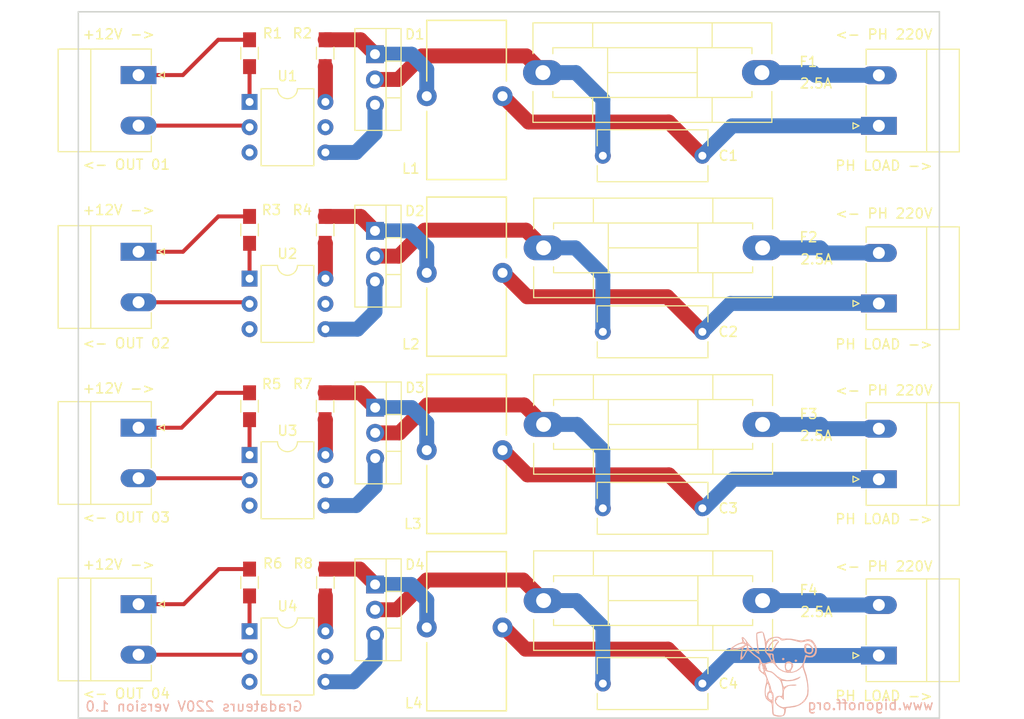
<source format=kicad_pcb>
(kicad_pcb (version 4) (host pcbnew 4.0.7)

  (general
    (links 48)
    (no_connects 0)
    (area 91.754762 48.385 195.377143 121.354532)
    (thickness 1.6)
    (drawings 33)
    (tracks 136)
    (zones 0)
    (modules 37)
    (nets 45)
  )

  (page A4)
  (title_block
    (title "Carte de puissance 220V pour gradateur Domocan")
    (date 2018-04-03)
    (rev 1)
    (company Koala)
    (comment 3 https://www.abcelectronique.com/bigonoff/)
    (comment 4 "Adaptation de la carte de puissance Domocan pour boitier DIN")
  )

  (layers
    (0 F.Cu signal)
    (31 B.Cu signal)
    (32 B.Adhes user)
    (33 F.Adhes user)
    (34 B.Paste user)
    (35 F.Paste user)
    (36 B.SilkS user)
    (37 F.SilkS user)
    (38 B.Mask user)
    (39 F.Mask user)
    (40 Dwgs.User user)
    (41 Cmts.User user)
    (42 Eco1.User user)
    (43 Eco2.User user)
    (44 Edge.Cuts user)
    (45 Margin user)
    (46 B.CrtYd user)
    (47 F.CrtYd user)
    (48 B.Fab user)
    (49 F.Fab user)
  )

  (setup
    (last_trace_width 1.5)
    (trace_clearance 0.5)
    (zone_clearance 0.508)
    (zone_45_only no)
    (trace_min 0.2)
    (segment_width 0.2)
    (edge_width 0.15)
    (via_size 0.6)
    (via_drill 0.4)
    (via_min_size 0.4)
    (via_min_drill 0.3)
    (uvia_size 0.3)
    (uvia_drill 0.1)
    (uvias_allowed no)
    (uvia_min_size 0.2)
    (uvia_min_drill 0.1)
    (pcb_text_width 0.3)
    (pcb_text_size 1.5 1.5)
    (mod_edge_width 0.15)
    (mod_text_size 1 1)
    (mod_text_width 0.15)
    (pad_size 1.524 1.524)
    (pad_drill 0.762)
    (pad_to_mask_clearance 0.2)
    (aux_axis_origin 0 0)
    (visible_elements 7FFFFF7F)
    (pcbplotparams
      (layerselection 0x00030_80000001)
      (usegerberextensions false)
      (excludeedgelayer true)
      (linewidth 0.100000)
      (plotframeref false)
      (viasonmask false)
      (mode 1)
      (useauxorigin false)
      (hpglpennumber 1)
      (hpglpenspeed 20)
      (hpglpendiameter 15)
      (hpglpenoverlay 2)
      (psnegative false)
      (psa4output false)
      (plotreference true)
      (plotvalue true)
      (plotinvisibletext false)
      (padsonsilk false)
      (subtractmaskfromsilk false)
      (outputformat 1)
      (mirror false)
      (drillshape 1)
      (scaleselection 1)
      (outputdirectory ""))
  )

  (net 0 "")
  (net 1 "Net-(C1-Pad1)")
  (net 2 "Net-(C1-Pad2)")
  (net 3 "Net-(D1-Pad1)")
  (net 4 "Net-(D1-Pad3)")
  (net 5 "Net-(F1-Pad1)")
  (net 6 "Net-(J1-Pad1)")
  (net 7 "Net-(J1-Pad2)")
  (net 8 "Net-(R1-Pad1)")
  (net 9 "Net-(R2-Pad2)")
  (net 10 "Net-(U1-Pad5)")
  (net 11 "Net-(U1-Pad3)")
  (net 12 "Net-(C2-Pad1)")
  (net 13 "Net-(C2-Pad2)")
  (net 14 "Net-(D2-Pad1)")
  (net 15 "Net-(D2-Pad3)")
  (net 16 "Net-(F2-Pad1)")
  (net 17 "Net-(J3-Pad1)")
  (net 18 "Net-(J3-Pad2)")
  (net 19 "Net-(R3-Pad1)")
  (net 20 "Net-(R4-Pad2)")
  (net 21 "Net-(U2-Pad5)")
  (net 22 "Net-(U2-Pad3)")
  (net 23 "Net-(C3-Pad1)")
  (net 24 "Net-(C3-Pad2)")
  (net 25 "Net-(C4-Pad1)")
  (net 26 "Net-(C4-Pad2)")
  (net 27 "Net-(D3-Pad1)")
  (net 28 "Net-(D3-Pad3)")
  (net 29 "Net-(D4-Pad1)")
  (net 30 "Net-(D4-Pad3)")
  (net 31 "Net-(F3-Pad1)")
  (net 32 "Net-(F4-Pad1)")
  (net 33 "Net-(J5-Pad1)")
  (net 34 "Net-(J5-Pad2)")
  (net 35 "Net-(J6-Pad1)")
  (net 36 "Net-(J6-Pad2)")
  (net 37 "Net-(R5-Pad1)")
  (net 38 "Net-(R6-Pad1)")
  (net 39 "Net-(R7-Pad2)")
  (net 40 "Net-(R8-Pad2)")
  (net 41 "Net-(U3-Pad5)")
  (net 42 "Net-(U3-Pad3)")
  (net 43 "Net-(U4-Pad5)")
  (net 44 "Net-(U4-Pad3)")

  (net_class Default "Ceci est la Netclass par défaut"
    (clearance 0.5)
    (trace_width 1.5)
    (via_dia 0.6)
    (via_drill 0.4)
    (uvia_dia 0.3)
    (uvia_drill 0.1)
    (add_net "Net-(C1-Pad1)")
    (add_net "Net-(C1-Pad2)")
    (add_net "Net-(C2-Pad1)")
    (add_net "Net-(C2-Pad2)")
    (add_net "Net-(C3-Pad1)")
    (add_net "Net-(C3-Pad2)")
    (add_net "Net-(C4-Pad1)")
    (add_net "Net-(C4-Pad2)")
    (add_net "Net-(D1-Pad1)")
    (add_net "Net-(D1-Pad3)")
    (add_net "Net-(D2-Pad1)")
    (add_net "Net-(D2-Pad3)")
    (add_net "Net-(D3-Pad1)")
    (add_net "Net-(D3-Pad3)")
    (add_net "Net-(D4-Pad1)")
    (add_net "Net-(D4-Pad3)")
    (add_net "Net-(F1-Pad1)")
    (add_net "Net-(F2-Pad1)")
    (add_net "Net-(F3-Pad1)")
    (add_net "Net-(F4-Pad1)")
    (add_net "Net-(J1-Pad1)")
    (add_net "Net-(J1-Pad2)")
    (add_net "Net-(J3-Pad1)")
    (add_net "Net-(J3-Pad2)")
    (add_net "Net-(J5-Pad1)")
    (add_net "Net-(J5-Pad2)")
    (add_net "Net-(J6-Pad1)")
    (add_net "Net-(J6-Pad2)")
    (add_net "Net-(R1-Pad1)")
    (add_net "Net-(R2-Pad2)")
    (add_net "Net-(R3-Pad1)")
    (add_net "Net-(R4-Pad2)")
    (add_net "Net-(R5-Pad1)")
    (add_net "Net-(R6-Pad1)")
    (add_net "Net-(R7-Pad2)")
    (add_net "Net-(R8-Pad2)")
    (add_net "Net-(U1-Pad3)")
    (add_net "Net-(U1-Pad5)")
    (add_net "Net-(U2-Pad3)")
    (add_net "Net-(U2-Pad5)")
    (add_net "Net-(U3-Pad3)")
    (add_net "Net-(U3-Pad5)")
    (add_net "Net-(U4-Pad3)")
    (add_net "Net-(U4-Pad5)")
  )

  (module TO_SOT_Packages_THT:TO-220-3_Vertical (layer F.Cu) (tedit 5AC329C3) (tstamp 5AC26795)
    (at 129.8 54.26 270)
    (descr "TO-220-3, Vertical, RM 2.54mm")
    (tags "TO-220-3 Vertical RM 2.54mm")
    (path /5AC27DE9)
    (fp_text reference D1 (at -2 -4 360) (layer F.SilkS)
      (effects (font (size 1 1) (thickness 0.15)))
    )
    (fp_text value BT139 (at 7.1 -5.4 360) (layer F.Fab)
      (effects (font (size 1 1) (thickness 0.15)))
    )
    (fp_text user %R (at 2.54 -3.62 360) (layer F.Fab)
      (effects (font (size 1 1) (thickness 0.15)))
    )
    (fp_line (start -2.46 -2.5) (end -2.46 1.9) (layer F.Fab) (width 0.1))
    (fp_line (start -2.46 1.9) (end 7.54 1.9) (layer F.Fab) (width 0.1))
    (fp_line (start 7.54 1.9) (end 7.54 -2.5) (layer F.Fab) (width 0.1))
    (fp_line (start 7.54 -2.5) (end -2.46 -2.5) (layer F.Fab) (width 0.1))
    (fp_line (start -2.46 -1.23) (end 7.54 -1.23) (layer F.Fab) (width 0.1))
    (fp_line (start 0.69 -2.5) (end 0.69 -1.23) (layer F.Fab) (width 0.1))
    (fp_line (start 4.39 -2.5) (end 4.39 -1.23) (layer F.Fab) (width 0.1))
    (fp_line (start -2.58 -2.62) (end 7.66 -2.62) (layer F.SilkS) (width 0.12))
    (fp_line (start -2.58 2.021) (end 7.66 2.021) (layer F.SilkS) (width 0.12))
    (fp_line (start -2.58 -2.62) (end -2.58 2.021) (layer F.SilkS) (width 0.12))
    (fp_line (start 7.66 -2.62) (end 7.66 2.021) (layer F.SilkS) (width 0.12))
    (fp_line (start -2.58 -1.11) (end 7.66 -1.11) (layer F.SilkS) (width 0.12))
    (fp_line (start 0.69 -2.62) (end 0.69 -1.11) (layer F.SilkS) (width 0.12))
    (fp_line (start 4.391 -2.62) (end 4.391 -1.11) (layer F.SilkS) (width 0.12))
    (fp_line (start -2.71 -2.75) (end -2.71 2.16) (layer F.CrtYd) (width 0.05))
    (fp_line (start -2.71 2.16) (end 7.79 2.16) (layer F.CrtYd) (width 0.05))
    (fp_line (start 7.79 2.16) (end 7.79 -2.75) (layer F.CrtYd) (width 0.05))
    (fp_line (start 7.79 -2.75) (end -2.71 -2.75) (layer F.CrtYd) (width 0.05))
    (pad 1 thru_hole rect (at 0 0 270) (size 1.8 1.8) (drill 1) (layers *.Cu *.Mask)
      (net 3 "Net-(D1-Pad1)"))
    (pad 2 thru_hole oval (at 2.54 0 270) (size 1.8 1.8) (drill 1) (layers *.Cu *.Mask)
      (net 2 "Net-(C1-Pad2)"))
    (pad 3 thru_hole oval (at 5.08 0 270) (size 1.8 1.8) (drill 1) (layers *.Cu *.Mask)
      (net 4 "Net-(D1-Pad3)"))
    (model TO_SOT_Packages_THT.3dshapes/TO-220_Vertical.wrl
      (at (xyz 0.1 0 -0.1))
      (scale (xyz 0.395 0.395 0.395))
      (rotate (xyz 0 0 0))
    )
  )

  (module Fuse_Holders_and_Fuses:Fuseholder5x20_horiz_SemiClosed_Casing10x25mm (layer F.Cu) (tedit 5AC5CBBE) (tstamp 5AC2679B)
    (at 168.67 56.11 180)
    (descr "Fuseholder, 5x20, Semi closed, horizontal, Casing 10x25mm,")
    (tags "Fuseholder 5x20 Semi closed horizontal Casing 10x25mm Sicherungshalter halbgeschlossen ")
    (path /5AC27FF4)
    (fp_text reference F1 (at -4.66 1.08 180) (layer F.SilkS)
      (effects (font (size 1 1) (thickness 0.15)))
    )
    (fp_text value 2.5A (at -5.43 -1.09 180) (layer F.SilkS)
      (effects (font (size 1 1) (thickness 0.15)))
    )
    (fp_line (start 5 2.5) (end 5 4.9) (layer F.Fab) (width 0.1))
    (fp_line (start 17 -2.5) (end 17 -4.9) (layer F.Fab) (width 0.1))
    (fp_line (start 17 2.5) (end 17 4.95) (layer F.Fab) (width 0.1))
    (fp_line (start 15.5 -2.5) (end 15.5 2.5) (layer F.Fab) (width 0.1))
    (fp_line (start 6.5 0) (end 15.5 0) (layer F.Fab) (width 0.1))
    (fp_line (start 6.5 -2.5) (end 6.5 2.5) (layer F.Fab) (width 0.1))
    (fp_line (start 5 -4.9) (end 5 -2.5) (layer F.Fab) (width 0.1))
    (fp_line (start 1 -2.5) (end 1 2.5) (layer F.Fab) (width 0.1))
    (fp_line (start 1 2.5) (end 21 2.5) (layer F.Fab) (width 0.1))
    (fp_line (start 21 2.5) (end 21 -2.5) (layer F.Fab) (width 0.1))
    (fp_line (start 21 -2.5) (end 1 -2.5) (layer F.Fab) (width 0.1))
    (fp_line (start -0.9 -4.9) (end -0.9 4.9) (layer F.Fab) (width 0.1))
    (fp_line (start -0.9 4.9) (end 22.9 4.9) (layer F.Fab) (width 0.1))
    (fp_line (start 22.9 4.9) (end 22.9 -4.9) (layer F.Fab) (width 0.1))
    (fp_line (start 22.9 -4.9) (end -0.9 -4.9) (layer F.Fab) (width 0.1))
    (fp_line (start 5 -2.5) (end 5 -5) (layer F.SilkS) (width 0.12))
    (fp_line (start 5 5) (end 5 2.5) (layer F.SilkS) (width 0.12))
    (fp_line (start 17 5) (end 17 2.5) (layer F.SilkS) (width 0.12))
    (fp_line (start 17 -5) (end 17 -2.5) (layer F.SilkS) (width 0.12))
    (fp_line (start 6.5 0) (end 15.5 0) (layer F.SilkS) (width 0.12))
    (fp_line (start 6.5 -2.5) (end 6.5 2.5) (layer F.SilkS) (width 0.12))
    (fp_line (start 15.5 -2.5) (end 15.5 2.5) (layer F.SilkS) (width 0.12))
    (fp_line (start 21 -1.9) (end 21 -2.5) (layer F.SilkS) (width 0.12))
    (fp_line (start 1 1.9) (end 1 2.5) (layer F.SilkS) (width 0.12))
    (fp_line (start 1 2.5) (end 21 2.5) (layer F.SilkS) (width 0.12))
    (fp_line (start 21 2.5) (end 21 1.9) (layer F.SilkS) (width 0.12))
    (fp_line (start 21 -2.5) (end 1 -2.5) (layer F.SilkS) (width 0.12))
    (fp_line (start 1 -2.5) (end 1 -1.9) (layer F.SilkS) (width 0.12))
    (fp_line (start 23 -1.9) (end 23 -5) (layer F.SilkS) (width 0.12))
    (fp_line (start -1 1.9) (end -1 5) (layer F.SilkS) (width 0.12))
    (fp_line (start -1 5) (end 23 5) (layer F.SilkS) (width 0.12))
    (fp_line (start 23 5) (end 23 1.9) (layer F.SilkS) (width 0.12))
    (fp_line (start 23 -5) (end -1 -5) (layer F.SilkS) (width 0.12))
    (fp_line (start -1 -5) (end -1 -1.9) (layer F.SilkS) (width 0.12))
    (fp_line (start -1.5 -5.15) (end 23.5 -5.15) (layer F.CrtYd) (width 0.05))
    (fp_line (start -1.5 -5.15) (end -1.5 5.2) (layer F.CrtYd) (width 0.05))
    (fp_line (start 23.5 5.2) (end 23.5 -5.15) (layer F.CrtYd) (width 0.05))
    (fp_line (start 23.5 5.2) (end -1.5 5.2) (layer F.CrtYd) (width 0.05))
    (pad 2 thru_hole oval (at 22 0 90) (size 2.5 4) (drill 1.5) (layers *.Cu *.Mask)
      (net 2 "Net-(C1-Pad2)"))
    (pad 1 thru_hole oval (at 0 0 90) (size 2.5 4) (drill 1.5) (layers *.Cu *.Mask)
      (net 5 "Net-(F1-Pad1)"))
    (model "F:/[Venus]/Projets/Ciel étoilé/Gradateurs 220V x 4/footprint.pretty/fuse_cq-200c.wrl"
      (at (xyz 0.43 0 0))
      (scale (xyz 1 1 1))
      (rotate (xyz 0 0 90))
    )
  )

  (module Connectors_Phoenix:PhoenixContact_MC-G_02x5.08mm_Angled (layer F.Cu) (tedit 5AC32C77) (tstamp 5AC267A7)
    (at 180.42 61.46 90)
    (descr "Generic Phoenix Contact connector footprint for series: MC-G; number of pins: 02; pin pitch: 5.08mm; Angled || order number: 1836189 8A 320V")
    (tags "phoenix_contact connector MC_01x02_G_5.08mm")
    (path /5AC28061)
    (fp_text reference J2 (at 3.54 -2.8 90) (layer F.SilkS) hide
      (effects (font (size 1 1) (thickness 0.15)))
    )
    (fp_text value 220V (at 2.6 12.5 180) (layer F.Fab)
      (effects (font (size 1 1) (thickness 0.15)))
    )
    (fp_line (start -2.62 -1.28) (end -2.62 8.08) (layer F.SilkS) (width 0.12))
    (fp_line (start -2.62 8.08) (end 7.7 8.08) (layer F.SilkS) (width 0.12))
    (fp_line (start 7.7 8.08) (end 7.7 -1.28) (layer F.SilkS) (width 0.12))
    (fp_line (start -2.62 -1.28) (end -1.05 -1.28) (layer F.SilkS) (width 0.12))
    (fp_line (start 7.7 -1.28) (end 6.13 -1.28) (layer F.SilkS) (width 0.12))
    (fp_line (start 1.05 -1.28) (end 4.03 -1.28) (layer F.SilkS) (width 0.12))
    (fp_line (start -2.54 -1.2) (end -2.54 8) (layer F.Fab) (width 0.1))
    (fp_line (start -2.54 8) (end 7.62 8) (layer F.Fab) (width 0.1))
    (fp_line (start 7.62 8) (end 7.62 -1.2) (layer F.Fab) (width 0.1))
    (fp_line (start 7.62 -1.2) (end -2.54 -1.2) (layer F.Fab) (width 0.1))
    (fp_line (start -2.62 4.8) (end 7.7 4.8) (layer F.SilkS) (width 0.12))
    (fp_line (start -3.12 -2.3) (end -3.12 8.5) (layer F.CrtYd) (width 0.05))
    (fp_line (start -3.12 8.5) (end 8.12 8.5) (layer F.CrtYd) (width 0.05))
    (fp_line (start 8.12 8.5) (end 8.12 -2.3) (layer F.CrtYd) (width 0.05))
    (fp_line (start 8.12 -2.3) (end -3.12 -2.3) (layer F.CrtYd) (width 0.05))
    (fp_line (start 0.3 -2.6) (end 0 -2) (layer F.SilkS) (width 0.12))
    (fp_line (start 0 -2) (end -0.3 -2.6) (layer F.SilkS) (width 0.12))
    (fp_line (start -0.3 -2.6) (end 0.3 -2.6) (layer F.SilkS) (width 0.12))
    (fp_line (start 0.8 -1.2) (end 0 0) (layer F.Fab) (width 0.1))
    (fp_line (start 0 0) (end -0.8 -1.2) (layer F.Fab) (width 0.1))
    (fp_text user %R (at 2.54 3 180) (layer F.Fab)
      (effects (font (size 1 1) (thickness 0.15)))
    )
    (pad 1 thru_hole rect (at 0 0 90) (size 1.8 3.6) (drill 1.2) (layers *.Cu *.Mask)
      (net 1 "Net-(C1-Pad1)"))
    (pad 2 thru_hole oval (at 5.08 0 90) (size 1.8 3.6) (drill 1.2) (layers *.Cu *.Mask)
      (net 5 "Net-(F1-Pad1)"))
    (model ${KISYS3DMOD}/Connectors_Phoenix.3dshapes/PhoenixContact_MC-G_02x5.08mm_Angled.wrl
      (at (xyz 0 0 0))
      (scale (xyz 1 1 1))
      (rotate (xyz 0 0 0))
    )
  )

  (module Choke_Toroid_ThroughHole:Choke_Toroid_8x16mm_Vertical (layer F.Cu) (tedit 5AC331C3) (tstamp 5AC267AD)
    (at 135 50.86 270)
    (descr "Toroid, Coil, Choke,  6,5mm x 13mm, Vertical, Inductor, Drossel, Thruhole,")
    (tags "Toroid, Coil, Choke,  6,5mm x 13mm, Vertical, Inductor, Drossel, Thruhole,")
    (path /5AC27EDD)
    (fp_text reference L1 (at 14.9 1.6 360) (layer F.SilkS)
      (effects (font (size 1 1) (thickness 0.15)))
    )
    (fp_text value 47uH (at 14.8 -4 360) (layer F.Fab)
      (effects (font (size 1 1) (thickness 0.15)))
    )
    (fp_line (start 16.002 0) (end 9.144 0) (layer F.SilkS) (width 0.15))
    (fp_line (start 0 0) (end 6.096 0) (layer F.SilkS) (width 0.15))
    (fp_line (start 6.096 -8.001) (end 0 -8.001) (layer F.SilkS) (width 0.15))
    (fp_line (start 16.002 -8.001) (end 9.144 -8.001) (layer F.SilkS) (width 0.15))
    (fp_line (start 16.002 0) (end 16.002 -8.001) (layer F.SilkS) (width 0.15))
    (fp_line (start 0 -8.001) (end 0 0) (layer F.SilkS) (width 0.15))
    (pad 1 thru_hole circle (at 7.62 0 270) (size 1.99898 1.99898) (drill 1.00076) (layers *.Cu *.Mask)
      (net 3 "Net-(D1-Pad1)"))
    (pad 2 thru_hole circle (at 7.62 -7.62 270) (size 1.99898 1.99898) (drill 1.00076) (layers *.Cu *.Mask)
      (net 1 "Net-(C1-Pad1)"))
    (model Choke_Toroid_ThroughHole.3dshapes/Choke_Toroid_15x40mm.wrl
      (at (xyz 0.3 0.035 0.3))
      (scale (xyz 1.4 1.4 1.4))
      (rotate (xyz 90 0 0))
    )
  )

  (module Resistors_SMD:R_0805_HandSoldering (layer F.Cu) (tedit 5AC32A00) (tstamp 5AC267B3)
    (at 117.2 54.16 90)
    (descr "Resistor SMD 0805, hand soldering")
    (tags "resistor 0805")
    (path /5AC27778)
    (attr smd)
    (fp_text reference R1 (at 2 2.3 180) (layer F.SilkS)
      (effects (font (size 1 1) (thickness 0.15)))
    )
    (fp_text value 470R (at 2.1 -3.6 180) (layer F.Fab)
      (effects (font (size 1 1) (thickness 0.15)))
    )
    (fp_text user %R (at 0 0 90) (layer F.Fab)
      (effects (font (size 0.5 0.5) (thickness 0.075)))
    )
    (fp_line (start -1 0.62) (end -1 -0.62) (layer F.Fab) (width 0.1))
    (fp_line (start 1 0.62) (end -1 0.62) (layer F.Fab) (width 0.1))
    (fp_line (start 1 -0.62) (end 1 0.62) (layer F.Fab) (width 0.1))
    (fp_line (start -1 -0.62) (end 1 -0.62) (layer F.Fab) (width 0.1))
    (fp_line (start 0.6 0.88) (end -0.6 0.88) (layer F.SilkS) (width 0.12))
    (fp_line (start -0.6 -0.88) (end 0.6 -0.88) (layer F.SilkS) (width 0.12))
    (fp_line (start -2.35 -0.9) (end 2.35 -0.9) (layer F.CrtYd) (width 0.05))
    (fp_line (start -2.35 -0.9) (end -2.35 0.9) (layer F.CrtYd) (width 0.05))
    (fp_line (start 2.35 0.9) (end 2.35 -0.9) (layer F.CrtYd) (width 0.05))
    (fp_line (start 2.35 0.9) (end -2.35 0.9) (layer F.CrtYd) (width 0.05))
    (pad 1 smd rect (at -1.35 0 90) (size 1.5 1.3) (layers F.Cu F.Paste F.Mask)
      (net 8 "Net-(R1-Pad1)"))
    (pad 2 smd rect (at 1.35 0 90) (size 1.5 1.3) (layers F.Cu F.Paste F.Mask)
      (net 6 "Net-(J1-Pad1)"))
    (model ${KISYS3DMOD}/Resistors_SMD.3dshapes/R_0805.wrl
      (at (xyz 0 0 0))
      (scale (xyz 1 1 1))
      (rotate (xyz 0 0 0))
    )
  )

  (module Resistors_SMD:R_0805_HandSoldering (layer F.Cu) (tedit 5AC32A09) (tstamp 5AC267B9)
    (at 124.8 54.16 270)
    (descr "Resistor SMD 0805, hand soldering")
    (tags "resistor 0805")
    (path /5AC279AE)
    (attr smd)
    (fp_text reference R2 (at -2 2.3 360) (layer F.SilkS)
      (effects (font (size 1 1) (thickness 0.15)))
    )
    (fp_text value 4K7 (at -4.5 0 360) (layer F.Fab)
      (effects (font (size 1 1) (thickness 0.15)))
    )
    (fp_text user %R (at 0 0 270) (layer F.Fab)
      (effects (font (size 0.5 0.5) (thickness 0.075)))
    )
    (fp_line (start -1 0.62) (end -1 -0.62) (layer F.Fab) (width 0.1))
    (fp_line (start 1 0.62) (end -1 0.62) (layer F.Fab) (width 0.1))
    (fp_line (start 1 -0.62) (end 1 0.62) (layer F.Fab) (width 0.1))
    (fp_line (start -1 -0.62) (end 1 -0.62) (layer F.Fab) (width 0.1))
    (fp_line (start 0.6 0.88) (end -0.6 0.88) (layer F.SilkS) (width 0.12))
    (fp_line (start -0.6 -0.88) (end 0.6 -0.88) (layer F.SilkS) (width 0.12))
    (fp_line (start -2.35 -0.9) (end 2.35 -0.9) (layer F.CrtYd) (width 0.05))
    (fp_line (start -2.35 -0.9) (end -2.35 0.9) (layer F.CrtYd) (width 0.05))
    (fp_line (start 2.35 0.9) (end 2.35 -0.9) (layer F.CrtYd) (width 0.05))
    (fp_line (start 2.35 0.9) (end -2.35 0.9) (layer F.CrtYd) (width 0.05))
    (pad 1 smd rect (at -1.35 0 270) (size 1.5 1.3) (layers F.Cu F.Paste F.Mask)
      (net 3 "Net-(D1-Pad1)"))
    (pad 2 smd rect (at 1.35 0 270) (size 1.5 1.3) (layers F.Cu F.Paste F.Mask)
      (net 9 "Net-(R2-Pad2)"))
    (model ${KISYS3DMOD}/Resistors_SMD.3dshapes/R_0805.wrl
      (at (xyz 0 0 0))
      (scale (xyz 1 1 1))
      (rotate (xyz 0 0 0))
    )
  )

  (module Connectors_Phoenix:PhoenixContact_MC-G_02x5.08mm_Angled (layer F.Cu) (tedit 5AC32A12) (tstamp 5AC274EA)
    (at 106.05 56.36 270)
    (descr "Generic Phoenix Contact connector footprint for series: MC-G; number of pins: 02; pin pitch: 5.08mm; Angled || order number: 1836189 8A 320V")
    (tags "phoenix_contact connector MC_01x02_G_5.08mm")
    (path /5AC27729)
    (fp_text reference J1 (at 3.54 -2.8 270) (layer F.SilkS) hide
      (effects (font (size 1 1) (thickness 0.15)))
    )
    (fp_text value MCU (at 2.7 12.2 360) (layer F.Fab)
      (effects (font (size 1 1) (thickness 0.15)))
    )
    (fp_line (start -2.62 -1.28) (end -2.62 8.08) (layer F.SilkS) (width 0.12))
    (fp_line (start -2.62 8.08) (end 7.7 8.08) (layer F.SilkS) (width 0.12))
    (fp_line (start 7.7 8.08) (end 7.7 -1.28) (layer F.SilkS) (width 0.12))
    (fp_line (start -2.62 -1.28) (end -1.05 -1.28) (layer F.SilkS) (width 0.12))
    (fp_line (start 7.7 -1.28) (end 6.13 -1.28) (layer F.SilkS) (width 0.12))
    (fp_line (start 1.05 -1.28) (end 4.03 -1.28) (layer F.SilkS) (width 0.12))
    (fp_line (start -2.54 -1.2) (end -2.54 8) (layer F.Fab) (width 0.1))
    (fp_line (start -2.54 8) (end 7.62 8) (layer F.Fab) (width 0.1))
    (fp_line (start 7.62 8) (end 7.62 -1.2) (layer F.Fab) (width 0.1))
    (fp_line (start 7.62 -1.2) (end -2.54 -1.2) (layer F.Fab) (width 0.1))
    (fp_line (start -2.62 4.8) (end 7.7 4.8) (layer F.SilkS) (width 0.12))
    (fp_line (start -3.12 -2.3) (end -3.12 8.5) (layer F.CrtYd) (width 0.05))
    (fp_line (start -3.12 8.5) (end 8.12 8.5) (layer F.CrtYd) (width 0.05))
    (fp_line (start 8.12 8.5) (end 8.12 -2.3) (layer F.CrtYd) (width 0.05))
    (fp_line (start 8.12 -2.3) (end -3.12 -2.3) (layer F.CrtYd) (width 0.05))
    (fp_line (start 0.3 -2.6) (end 0 -2) (layer F.SilkS) (width 0.12))
    (fp_line (start 0 -2) (end -0.3 -2.6) (layer F.SilkS) (width 0.12))
    (fp_line (start -0.3 -2.6) (end 0.3 -2.6) (layer F.SilkS) (width 0.12))
    (fp_line (start 0.8 -1.2) (end 0 0) (layer F.Fab) (width 0.1))
    (fp_line (start 0 0) (end -0.8 -1.2) (layer F.Fab) (width 0.1))
    (fp_text user %R (at 2.54 3 360) (layer F.Fab)
      (effects (font (size 1 1) (thickness 0.15)))
    )
    (pad 1 thru_hole rect (at 0 0 270) (size 1.8 3.6) (drill 1.2) (layers *.Cu *.Mask)
      (net 6 "Net-(J1-Pad1)"))
    (pad 2 thru_hole oval (at 5.08 0 270) (size 1.8 3.6) (drill 1.2) (layers *.Cu *.Mask)
      (net 7 "Net-(J1-Pad2)"))
    (model ${KISYS3DMOD}/Connectors_Phoenix.3dshapes/PhoenixContact_MC-G_02x5.08mm_Angled.wrl
      (at (xyz 0 0 0))
      (scale (xyz 1 1 1))
      (rotate (xyz 0 0 0))
    )
  )

  (module TO_SOT_Packages_THT:TO-220-3_Vertical (layer F.Cu) (tedit 5AC5DFE5) (tstamp 5AC28B17)
    (at 129.8 72.02 270)
    (descr "TO-220-3, Vertical, RM 2.54mm")
    (tags "TO-220-3 Vertical RM 2.54mm")
    (path /5AC29744)
    (fp_text reference D2 (at -2 -4 360) (layer F.SilkS)
      (effects (font (size 1 1) (thickness 0.15)))
    )
    (fp_text value BT139 (at 7.1 -5.4 360) (layer F.Fab)
      (effects (font (size 1 1) (thickness 0.15)))
    )
    (fp_text user %R (at 2.54 -3.62 360) (layer F.Fab)
      (effects (font (size 1 1) (thickness 0.15)))
    )
    (fp_line (start -2.46 -2.5) (end -2.46 1.9) (layer F.Fab) (width 0.1))
    (fp_line (start -2.46 1.9) (end 7.54 1.9) (layer F.Fab) (width 0.1))
    (fp_line (start 7.54 1.9) (end 7.54 -2.5) (layer F.Fab) (width 0.1))
    (fp_line (start 7.54 -2.5) (end -2.46 -2.5) (layer F.Fab) (width 0.1))
    (fp_line (start -2.46 -1.23) (end 7.54 -1.23) (layer F.Fab) (width 0.1))
    (fp_line (start 0.69 -2.5) (end 0.69 -1.23) (layer F.Fab) (width 0.1))
    (fp_line (start 4.39 -2.5) (end 4.39 -1.23) (layer F.Fab) (width 0.1))
    (fp_line (start -2.58 -2.62) (end 7.66 -2.62) (layer F.SilkS) (width 0.12))
    (fp_line (start -2.58 2.021) (end 7.66 2.021) (layer F.SilkS) (width 0.12))
    (fp_line (start -2.58 -2.62) (end -2.58 2.021) (layer F.SilkS) (width 0.12))
    (fp_line (start 7.66 -2.62) (end 7.66 2.021) (layer F.SilkS) (width 0.12))
    (fp_line (start -2.58 -1.11) (end 7.66 -1.11) (layer F.SilkS) (width 0.12))
    (fp_line (start 0.69 -2.62) (end 0.69 -1.11) (layer F.SilkS) (width 0.12))
    (fp_line (start 4.391 -2.62) (end 4.391 -1.11) (layer F.SilkS) (width 0.12))
    (fp_line (start -2.71 -2.75) (end -2.71 2.16) (layer F.CrtYd) (width 0.05))
    (fp_line (start -2.71 2.16) (end 7.79 2.16) (layer F.CrtYd) (width 0.05))
    (fp_line (start 7.79 2.16) (end 7.79 -2.75) (layer F.CrtYd) (width 0.05))
    (fp_line (start 7.79 -2.75) (end -2.71 -2.75) (layer F.CrtYd) (width 0.05))
    (pad 1 thru_hole rect (at 0 0 270) (size 1.8 1.8) (drill 1) (layers *.Cu *.Mask)
      (net 14 "Net-(D2-Pad1)"))
    (pad 2 thru_hole oval (at 2.54 0 270) (size 1.8 1.8) (drill 1) (layers *.Cu *.Mask)
      (net 13 "Net-(C2-Pad2)"))
    (pad 3 thru_hole oval (at 5.08 0 270) (size 1.8 1.8) (drill 1) (layers *.Cu *.Mask)
      (net 15 "Net-(D2-Pad3)"))
    (model TO_SOT_Packages_THT.3dshapes/TO-220_Vertical.wrl
      (at (xyz 0.1 0 -0.1))
      (scale (xyz 0.395 0.395 0.395))
      (rotate (xyz 0 0 0))
    )
  )

  (module Fuse_Holders_and_Fuses:Fuseholder5x20_horiz_SemiClosed_Casing10x25mm (layer F.Cu) (tedit 5AC5CBD8) (tstamp 5AC28B1D)
    (at 168.74 73.73 180)
    (descr "Fuseholder, 5x20, Semi closed, horizontal, Casing 10x25mm,")
    (tags "Fuseholder 5x20 Semi closed horizontal Casing 10x25mm Sicherungshalter halbgeschlossen ")
    (path /5AC29759)
    (fp_text reference F2 (at -4.61 1.07 180) (layer F.SilkS)
      (effects (font (size 1 1) (thickness 0.15)))
    )
    (fp_text value 2.5A (at -5.42 -1.15 180) (layer F.SilkS)
      (effects (font (size 1 1) (thickness 0.15)))
    )
    (fp_line (start 5 2.5) (end 5 4.9) (layer F.Fab) (width 0.1))
    (fp_line (start 17 -2.5) (end 17 -4.9) (layer F.Fab) (width 0.1))
    (fp_line (start 17 2.5) (end 17 4.95) (layer F.Fab) (width 0.1))
    (fp_line (start 15.5 -2.5) (end 15.5 2.5) (layer F.Fab) (width 0.1))
    (fp_line (start 6.5 0) (end 15.5 0) (layer F.Fab) (width 0.1))
    (fp_line (start 6.5 -2.5) (end 6.5 2.5) (layer F.Fab) (width 0.1))
    (fp_line (start 5 -4.9) (end 5 -2.5) (layer F.Fab) (width 0.1))
    (fp_line (start 1 -2.5) (end 1 2.5) (layer F.Fab) (width 0.1))
    (fp_line (start 1 2.5) (end 21 2.5) (layer F.Fab) (width 0.1))
    (fp_line (start 21 2.5) (end 21 -2.5) (layer F.Fab) (width 0.1))
    (fp_line (start 21 -2.5) (end 1 -2.5) (layer F.Fab) (width 0.1))
    (fp_line (start -0.9 -4.9) (end -0.9 4.9) (layer F.Fab) (width 0.1))
    (fp_line (start -0.9 4.9) (end 22.9 4.9) (layer F.Fab) (width 0.1))
    (fp_line (start 22.9 4.9) (end 22.9 -4.9) (layer F.Fab) (width 0.1))
    (fp_line (start 22.9 -4.9) (end -0.9 -4.9) (layer F.Fab) (width 0.1))
    (fp_line (start 5 -2.5) (end 5 -5) (layer F.SilkS) (width 0.12))
    (fp_line (start 5 5) (end 5 2.5) (layer F.SilkS) (width 0.12))
    (fp_line (start 17 5) (end 17 2.5) (layer F.SilkS) (width 0.12))
    (fp_line (start 17 -5) (end 17 -2.5) (layer F.SilkS) (width 0.12))
    (fp_line (start 6.5 0) (end 15.5 0) (layer F.SilkS) (width 0.12))
    (fp_line (start 6.5 -2.5) (end 6.5 2.5) (layer F.SilkS) (width 0.12))
    (fp_line (start 15.5 -2.5) (end 15.5 2.5) (layer F.SilkS) (width 0.12))
    (fp_line (start 21 -1.9) (end 21 -2.5) (layer F.SilkS) (width 0.12))
    (fp_line (start 1 1.9) (end 1 2.5) (layer F.SilkS) (width 0.12))
    (fp_line (start 1 2.5) (end 21 2.5) (layer F.SilkS) (width 0.12))
    (fp_line (start 21 2.5) (end 21 1.9) (layer F.SilkS) (width 0.12))
    (fp_line (start 21 -2.5) (end 1 -2.5) (layer F.SilkS) (width 0.12))
    (fp_line (start 1 -2.5) (end 1 -1.9) (layer F.SilkS) (width 0.12))
    (fp_line (start 23 -1.9) (end 23 -5) (layer F.SilkS) (width 0.12))
    (fp_line (start -1 1.9) (end -1 5) (layer F.SilkS) (width 0.12))
    (fp_line (start -1 5) (end 23 5) (layer F.SilkS) (width 0.12))
    (fp_line (start 23 5) (end 23 1.9) (layer F.SilkS) (width 0.12))
    (fp_line (start 23 -5) (end -1 -5) (layer F.SilkS) (width 0.12))
    (fp_line (start -1 -5) (end -1 -1.9) (layer F.SilkS) (width 0.12))
    (fp_line (start -1.5 -5.15) (end 23.5 -5.15) (layer F.CrtYd) (width 0.05))
    (fp_line (start -1.5 -5.15) (end -1.5 5.2) (layer F.CrtYd) (width 0.05))
    (fp_line (start 23.5 5.2) (end 23.5 -5.15) (layer F.CrtYd) (width 0.05))
    (fp_line (start 23.5 5.2) (end -1.5 5.2) (layer F.CrtYd) (width 0.05))
    (pad 2 thru_hole oval (at 22 0 90) (size 2.5 4) (drill 1.5) (layers *.Cu *.Mask)
      (net 13 "Net-(C2-Pad2)"))
    (pad 1 thru_hole oval (at 0 0 90) (size 2.5 4) (drill 1.5) (layers *.Cu *.Mask)
      (net 16 "Net-(F2-Pad1)"))
    (model "F:/[Venus]/Projets/Ciel étoilé/Gradateurs 220V x 4/footprint.pretty/fuse_cq-200c.wrl"
      (at (xyz 0.43 0 0))
      (scale (xyz 1 1 1))
      (rotate (xyz 0 0 90))
    )
  )

  (module Connectors_Phoenix:PhoenixContact_MC-G_02x5.08mm_Angled (layer F.Cu) (tedit 5AC32A14) (tstamp 5AC28B23)
    (at 106.05 74.12 270)
    (descr "Generic Phoenix Contact connector footprint for series: MC-G; number of pins: 02; pin pitch: 5.08mm; Angled || order number: 1836189 8A 320V")
    (tags "phoenix_contact connector MC_01x02_G_5.08mm")
    (path /5AC2972F)
    (fp_text reference J3 (at 3.54 -2.8 270) (layer F.SilkS) hide
      (effects (font (size 1 1) (thickness 0.15)))
    )
    (fp_text value MCU (at 2.6 12 360) (layer F.Fab)
      (effects (font (size 1 1) (thickness 0.15)))
    )
    (fp_line (start -2.62 -1.28) (end -2.62 8.08) (layer F.SilkS) (width 0.12))
    (fp_line (start -2.62 8.08) (end 7.7 8.08) (layer F.SilkS) (width 0.12))
    (fp_line (start 7.7 8.08) (end 7.7 -1.28) (layer F.SilkS) (width 0.12))
    (fp_line (start -2.62 -1.28) (end -1.05 -1.28) (layer F.SilkS) (width 0.12))
    (fp_line (start 7.7 -1.28) (end 6.13 -1.28) (layer F.SilkS) (width 0.12))
    (fp_line (start 1.05 -1.28) (end 4.03 -1.28) (layer F.SilkS) (width 0.12))
    (fp_line (start -2.54 -1.2) (end -2.54 8) (layer F.Fab) (width 0.1))
    (fp_line (start -2.54 8) (end 7.62 8) (layer F.Fab) (width 0.1))
    (fp_line (start 7.62 8) (end 7.62 -1.2) (layer F.Fab) (width 0.1))
    (fp_line (start 7.62 -1.2) (end -2.54 -1.2) (layer F.Fab) (width 0.1))
    (fp_line (start -2.62 4.8) (end 7.7 4.8) (layer F.SilkS) (width 0.12))
    (fp_line (start -3.12 -2.3) (end -3.12 8.5) (layer F.CrtYd) (width 0.05))
    (fp_line (start -3.12 8.5) (end 8.12 8.5) (layer F.CrtYd) (width 0.05))
    (fp_line (start 8.12 8.5) (end 8.12 -2.3) (layer F.CrtYd) (width 0.05))
    (fp_line (start 8.12 -2.3) (end -3.12 -2.3) (layer F.CrtYd) (width 0.05))
    (fp_line (start 0.3 -2.6) (end 0 -2) (layer F.SilkS) (width 0.12))
    (fp_line (start 0 -2) (end -0.3 -2.6) (layer F.SilkS) (width 0.12))
    (fp_line (start -0.3 -2.6) (end 0.3 -2.6) (layer F.SilkS) (width 0.12))
    (fp_line (start 0.8 -1.2) (end 0 0) (layer F.Fab) (width 0.1))
    (fp_line (start 0 0) (end -0.8 -1.2) (layer F.Fab) (width 0.1))
    (fp_text user %R (at 2.54 3 360) (layer F.Fab)
      (effects (font (size 1 1) (thickness 0.15)))
    )
    (pad 1 thru_hole rect (at 0 0 270) (size 1.8 3.6) (drill 1.2) (layers *.Cu *.Mask)
      (net 17 "Net-(J3-Pad1)"))
    (pad 2 thru_hole oval (at 5.08 0 270) (size 1.8 3.6) (drill 1.2) (layers *.Cu *.Mask)
      (net 18 "Net-(J3-Pad2)"))
    (model ${KISYS3DMOD}/Connectors_Phoenix.3dshapes/PhoenixContact_MC-G_02x5.08mm_Angled.wrl
      (at (xyz 0 0 0))
      (scale (xyz 1 1 1))
      (rotate (xyz 0 0 0))
    )
  )

  (module Connectors_Phoenix:PhoenixContact_MC-G_02x5.08mm_Angled (layer F.Cu) (tedit 5AC32C79) (tstamp 5AC28B29)
    (at 180.42 79.32 90)
    (descr "Generic Phoenix Contact connector footprint for series: MC-G; number of pins: 02; pin pitch: 5.08mm; Angled || order number: 1836189 8A 320V")
    (tags "phoenix_contact connector MC_01x02_G_5.08mm")
    (path /5AC2975F)
    (fp_text reference J4 (at 3.54 -2.8 90) (layer F.SilkS) hide
      (effects (font (size 1 1) (thickness 0.15)))
    )
    (fp_text value 220V (at 2.7 12.6 180) (layer F.Fab)
      (effects (font (size 1 1) (thickness 0.15)))
    )
    (fp_line (start -2.62 -1.28) (end -2.62 8.08) (layer F.SilkS) (width 0.12))
    (fp_line (start -2.62 8.08) (end 7.7 8.08) (layer F.SilkS) (width 0.12))
    (fp_line (start 7.7 8.08) (end 7.7 -1.28) (layer F.SilkS) (width 0.12))
    (fp_line (start -2.62 -1.28) (end -1.05 -1.28) (layer F.SilkS) (width 0.12))
    (fp_line (start 7.7 -1.28) (end 6.13 -1.28) (layer F.SilkS) (width 0.12))
    (fp_line (start 1.05 -1.28) (end 4.03 -1.28) (layer F.SilkS) (width 0.12))
    (fp_line (start -2.54 -1.2) (end -2.54 8) (layer F.Fab) (width 0.1))
    (fp_line (start -2.54 8) (end 7.62 8) (layer F.Fab) (width 0.1))
    (fp_line (start 7.62 8) (end 7.62 -1.2) (layer F.Fab) (width 0.1))
    (fp_line (start 7.62 -1.2) (end -2.54 -1.2) (layer F.Fab) (width 0.1))
    (fp_line (start -2.62 4.8) (end 7.7 4.8) (layer F.SilkS) (width 0.12))
    (fp_line (start -3.12 -2.3) (end -3.12 8.5) (layer F.CrtYd) (width 0.05))
    (fp_line (start -3.12 8.5) (end 8.12 8.5) (layer F.CrtYd) (width 0.05))
    (fp_line (start 8.12 8.5) (end 8.12 -2.3) (layer F.CrtYd) (width 0.05))
    (fp_line (start 8.12 -2.3) (end -3.12 -2.3) (layer F.CrtYd) (width 0.05))
    (fp_line (start 0.3 -2.6) (end 0 -2) (layer F.SilkS) (width 0.12))
    (fp_line (start 0 -2) (end -0.3 -2.6) (layer F.SilkS) (width 0.12))
    (fp_line (start -0.3 -2.6) (end 0.3 -2.6) (layer F.SilkS) (width 0.12))
    (fp_line (start 0.8 -1.2) (end 0 0) (layer F.Fab) (width 0.1))
    (fp_line (start 0 0) (end -0.8 -1.2) (layer F.Fab) (width 0.1))
    (fp_text user %R (at 2.54 3 180) (layer F.Fab)
      (effects (font (size 1 1) (thickness 0.15)))
    )
    (pad 1 thru_hole rect (at 0 0 90) (size 1.8 3.6) (drill 1.2) (layers *.Cu *.Mask)
      (net 12 "Net-(C2-Pad1)"))
    (pad 2 thru_hole oval (at 5.08 0 90) (size 1.8 3.6) (drill 1.2) (layers *.Cu *.Mask)
      (net 16 "Net-(F2-Pad1)"))
    (model ${KISYS3DMOD}/Connectors_Phoenix.3dshapes/PhoenixContact_MC-G_02x5.08mm_Angled.wrl
      (at (xyz 0 0 0))
      (scale (xyz 1 1 1))
      (rotate (xyz 0 0 0))
    )
  )

  (module Choke_Toroid_ThroughHole:Choke_Toroid_8x16mm_Vertical (layer F.Cu) (tedit 5AC331CE) (tstamp 5AC28B2F)
    (at 135 68.62 270)
    (descr "Toroid, Coil, Choke,  6,5mm x 13mm, Vertical, Inductor, Drossel, Thruhole,")
    (tags "Toroid, Coil, Choke,  6,5mm x 13mm, Vertical, Inductor, Drossel, Thruhole,")
    (path /5AC2974D)
    (fp_text reference L2 (at 14.8 1.6 360) (layer F.SilkS)
      (effects (font (size 1 1) (thickness 0.15)))
    )
    (fp_text value 47uH (at 14.5 -3.6 360) (layer F.Fab)
      (effects (font (size 1 1) (thickness 0.15)))
    )
    (fp_line (start 16.002 0) (end 9.144 0) (layer F.SilkS) (width 0.15))
    (fp_line (start 0 0) (end 6.096 0) (layer F.SilkS) (width 0.15))
    (fp_line (start 6.096 -8.001) (end 0 -8.001) (layer F.SilkS) (width 0.15))
    (fp_line (start 16.002 -8.001) (end 9.144 -8.001) (layer F.SilkS) (width 0.15))
    (fp_line (start 16.002 0) (end 16.002 -8.001) (layer F.SilkS) (width 0.15))
    (fp_line (start 0 -8.001) (end 0 0) (layer F.SilkS) (width 0.15))
    (pad 1 thru_hole circle (at 7.62 0 270) (size 1.99898 1.99898) (drill 1.00076) (layers *.Cu *.Mask)
      (net 14 "Net-(D2-Pad1)"))
    (pad 2 thru_hole circle (at 7.62 -7.62 270) (size 1.99898 1.99898) (drill 1.00076) (layers *.Cu *.Mask)
      (net 12 "Net-(C2-Pad1)"))
    (model Choke_Toroid_ThroughHole.3dshapes/Choke_Toroid_15x40mm.wrl
      (at (xyz 0.3 0.035 0.3))
      (scale (xyz 1.4 1.4 1.4))
      (rotate (xyz 90 0 0))
    )
  )

  (module Resistors_SMD:R_0805_HandSoldering (layer F.Cu) (tedit 5AC329E4) (tstamp 5AC28B35)
    (at 117.2 71.92 90)
    (descr "Resistor SMD 0805, hand soldering")
    (tags "resistor 0805")
    (path /5AC29735)
    (attr smd)
    (fp_text reference R3 (at 2 2.2 180) (layer F.SilkS)
      (effects (font (size 1 1) (thickness 0.15)))
    )
    (fp_text value 470R (at 2.1 -3.3 180) (layer F.Fab)
      (effects (font (size 1 1) (thickness 0.15)))
    )
    (fp_text user %R (at 0 0 90) (layer F.Fab)
      (effects (font (size 0.5 0.5) (thickness 0.075)))
    )
    (fp_line (start -1 0.62) (end -1 -0.62) (layer F.Fab) (width 0.1))
    (fp_line (start 1 0.62) (end -1 0.62) (layer F.Fab) (width 0.1))
    (fp_line (start 1 -0.62) (end 1 0.62) (layer F.Fab) (width 0.1))
    (fp_line (start -1 -0.62) (end 1 -0.62) (layer F.Fab) (width 0.1))
    (fp_line (start 0.6 0.88) (end -0.6 0.88) (layer F.SilkS) (width 0.12))
    (fp_line (start -0.6 -0.88) (end 0.6 -0.88) (layer F.SilkS) (width 0.12))
    (fp_line (start -2.35 -0.9) (end 2.35 -0.9) (layer F.CrtYd) (width 0.05))
    (fp_line (start -2.35 -0.9) (end -2.35 0.9) (layer F.CrtYd) (width 0.05))
    (fp_line (start 2.35 0.9) (end 2.35 -0.9) (layer F.CrtYd) (width 0.05))
    (fp_line (start 2.35 0.9) (end -2.35 0.9) (layer F.CrtYd) (width 0.05))
    (pad 1 smd rect (at -1.35 0 90) (size 1.5 1.3) (layers F.Cu F.Paste F.Mask)
      (net 19 "Net-(R3-Pad1)"))
    (pad 2 smd rect (at 1.35 0 90) (size 1.5 1.3) (layers F.Cu F.Paste F.Mask)
      (net 17 "Net-(J3-Pad1)"))
    (model ${KISYS3DMOD}/Resistors_SMD.3dshapes/R_0805.wrl
      (at (xyz 0 0 0))
      (scale (xyz 1 1 1))
      (rotate (xyz 0 0 0))
    )
  )

  (module Resistors_SMD:R_0805_HandSoldering (layer F.Cu) (tedit 5AC329F2) (tstamp 5AC28B3B)
    (at 124.8 71.92 270)
    (descr "Resistor SMD 0805, hand soldering")
    (tags "resistor 0805")
    (path /5AC2973E)
    (attr smd)
    (fp_text reference R4 (at -2 2.3 360) (layer F.SilkS)
      (effects (font (size 1 1) (thickness 0.15)))
    )
    (fp_text value 4K7 (at -3.5 0.1 360) (layer F.Fab)
      (effects (font (size 1 1) (thickness 0.15)))
    )
    (fp_text user %R (at 0 0 270) (layer F.Fab)
      (effects (font (size 0.5 0.5) (thickness 0.075)))
    )
    (fp_line (start -1 0.62) (end -1 -0.62) (layer F.Fab) (width 0.1))
    (fp_line (start 1 0.62) (end -1 0.62) (layer F.Fab) (width 0.1))
    (fp_line (start 1 -0.62) (end 1 0.62) (layer F.Fab) (width 0.1))
    (fp_line (start -1 -0.62) (end 1 -0.62) (layer F.Fab) (width 0.1))
    (fp_line (start 0.6 0.88) (end -0.6 0.88) (layer F.SilkS) (width 0.12))
    (fp_line (start -0.6 -0.88) (end 0.6 -0.88) (layer F.SilkS) (width 0.12))
    (fp_line (start -2.35 -0.9) (end 2.35 -0.9) (layer F.CrtYd) (width 0.05))
    (fp_line (start -2.35 -0.9) (end -2.35 0.9) (layer F.CrtYd) (width 0.05))
    (fp_line (start 2.35 0.9) (end 2.35 -0.9) (layer F.CrtYd) (width 0.05))
    (fp_line (start 2.35 0.9) (end -2.35 0.9) (layer F.CrtYd) (width 0.05))
    (pad 1 smd rect (at -1.35 0 270) (size 1.5 1.3) (layers F.Cu F.Paste F.Mask)
      (net 14 "Net-(D2-Pad1)"))
    (pad 2 smd rect (at 1.35 0 270) (size 1.5 1.3) (layers F.Cu F.Paste F.Mask)
      (net 20 "Net-(R4-Pad2)"))
    (model ${KISYS3DMOD}/Resistors_SMD.3dshapes/R_0805.wrl
      (at (xyz 0 0 0))
      (scale (xyz 1 1 1))
      (rotate (xyz 0 0 0))
    )
  )

  (module Housings_DIP:DIP-6_W7.62mm (layer F.Cu) (tedit 5AC32A0C) (tstamp 5AC28BBB)
    (at 117.2 59.06)
    (descr "6-lead though-hole mounted DIP package, row spacing 7.62 mm (300 mils)")
    (tags "THT DIP DIL PDIP 2.54mm 7.62mm 300mil")
    (path /5AC292C6)
    (fp_text reference U1 (at 3.8 -2.6) (layer F.SilkS)
      (effects (font (size 1 1) (thickness 0.15)))
    )
    (fp_text value MOC2030 (at 12.7 4.8) (layer F.Fab)
      (effects (font (size 1 1) (thickness 0.15)))
    )
    (fp_arc (start 3.81 -1.33) (end 2.81 -1.33) (angle -180) (layer F.SilkS) (width 0.12))
    (fp_line (start 1.635 -1.27) (end 6.985 -1.27) (layer F.Fab) (width 0.1))
    (fp_line (start 6.985 -1.27) (end 6.985 6.35) (layer F.Fab) (width 0.1))
    (fp_line (start 6.985 6.35) (end 0.635 6.35) (layer F.Fab) (width 0.1))
    (fp_line (start 0.635 6.35) (end 0.635 -0.27) (layer F.Fab) (width 0.1))
    (fp_line (start 0.635 -0.27) (end 1.635 -1.27) (layer F.Fab) (width 0.1))
    (fp_line (start 2.81 -1.33) (end 1.16 -1.33) (layer F.SilkS) (width 0.12))
    (fp_line (start 1.16 -1.33) (end 1.16 6.41) (layer F.SilkS) (width 0.12))
    (fp_line (start 1.16 6.41) (end 6.46 6.41) (layer F.SilkS) (width 0.12))
    (fp_line (start 6.46 6.41) (end 6.46 -1.33) (layer F.SilkS) (width 0.12))
    (fp_line (start 6.46 -1.33) (end 4.81 -1.33) (layer F.SilkS) (width 0.12))
    (fp_line (start -1.1 -1.55) (end -1.1 6.6) (layer F.CrtYd) (width 0.05))
    (fp_line (start -1.1 6.6) (end 8.7 6.6) (layer F.CrtYd) (width 0.05))
    (fp_line (start 8.7 6.6) (end 8.7 -1.55) (layer F.CrtYd) (width 0.05))
    (fp_line (start 8.7 -1.55) (end -1.1 -1.55) (layer F.CrtYd) (width 0.05))
    (fp_text user %R (at 3.81 2.54) (layer F.Fab)
      (effects (font (size 1 1) (thickness 0.15)))
    )
    (pad 1 thru_hole rect (at 0 0) (size 1.6 1.6) (drill 0.8) (layers *.Cu *.Mask)
      (net 8 "Net-(R1-Pad1)"))
    (pad 4 thru_hole oval (at 7.62 5.08) (size 1.6 1.6) (drill 0.8) (layers *.Cu *.Mask)
      (net 4 "Net-(D1-Pad3)"))
    (pad 2 thru_hole oval (at 0 2.54) (size 1.6 1.6) (drill 0.8) (layers *.Cu *.Mask)
      (net 7 "Net-(J1-Pad2)"))
    (pad 5 thru_hole oval (at 7.62 2.54) (size 1.6 1.6) (drill 0.8) (layers *.Cu *.Mask)
      (net 10 "Net-(U1-Pad5)"))
    (pad 3 thru_hole oval (at 0 5.08) (size 1.6 1.6) (drill 0.8) (layers *.Cu *.Mask)
      (net 11 "Net-(U1-Pad3)"))
    (pad 6 thru_hole oval (at 7.62 0) (size 1.6 1.6) (drill 0.8) (layers *.Cu *.Mask)
      (net 9 "Net-(R2-Pad2)"))
    (model ${KISYS3DMOD}/Housings_DIP.3dshapes/DIP-6_W7.62mm.wrl
      (at (xyz 0 0 0))
      (scale (xyz 1 1 1))
      (rotate (xyz 0 0 0))
    )
  )

  (module Housings_DIP:DIP-6_W7.62mm (layer F.Cu) (tedit 5AC329F6) (tstamp 5AC28BCD)
    (at 117.2 76.82)
    (descr "6-lead though-hole mounted DIP package, row spacing 7.62 mm (300 mils)")
    (tags "THT DIP DIL PDIP 2.54mm 7.62mm 300mil")
    (path /5AC29771)
    (fp_text reference U2 (at 3.8 -2.5) (layer F.SilkS)
      (effects (font (size 1 1) (thickness 0.15)))
    )
    (fp_text value MOC2030 (at 12.8 4.9) (layer F.Fab)
      (effects (font (size 1 1) (thickness 0.15)))
    )
    (fp_arc (start 3.81 -1.33) (end 2.81 -1.33) (angle -180) (layer F.SilkS) (width 0.12))
    (fp_line (start 1.635 -1.27) (end 6.985 -1.27) (layer F.Fab) (width 0.1))
    (fp_line (start 6.985 -1.27) (end 6.985 6.35) (layer F.Fab) (width 0.1))
    (fp_line (start 6.985 6.35) (end 0.635 6.35) (layer F.Fab) (width 0.1))
    (fp_line (start 0.635 6.35) (end 0.635 -0.27) (layer F.Fab) (width 0.1))
    (fp_line (start 0.635 -0.27) (end 1.635 -1.27) (layer F.Fab) (width 0.1))
    (fp_line (start 2.81 -1.33) (end 1.16 -1.33) (layer F.SilkS) (width 0.12))
    (fp_line (start 1.16 -1.33) (end 1.16 6.41) (layer F.SilkS) (width 0.12))
    (fp_line (start 1.16 6.41) (end 6.46 6.41) (layer F.SilkS) (width 0.12))
    (fp_line (start 6.46 6.41) (end 6.46 -1.33) (layer F.SilkS) (width 0.12))
    (fp_line (start 6.46 -1.33) (end 4.81 -1.33) (layer F.SilkS) (width 0.12))
    (fp_line (start -1.1 -1.55) (end -1.1 6.6) (layer F.CrtYd) (width 0.05))
    (fp_line (start -1.1 6.6) (end 8.7 6.6) (layer F.CrtYd) (width 0.05))
    (fp_line (start 8.7 6.6) (end 8.7 -1.55) (layer F.CrtYd) (width 0.05))
    (fp_line (start 8.7 -1.55) (end -1.1 -1.55) (layer F.CrtYd) (width 0.05))
    (fp_text user %R (at 3.81 2.54) (layer F.Fab)
      (effects (font (size 1 1) (thickness 0.15)))
    )
    (pad 1 thru_hole rect (at 0 0) (size 1.6 1.6) (drill 0.8) (layers *.Cu *.Mask)
      (net 19 "Net-(R3-Pad1)"))
    (pad 4 thru_hole oval (at 7.62 5.08) (size 1.6 1.6) (drill 0.8) (layers *.Cu *.Mask)
      (net 15 "Net-(D2-Pad3)"))
    (pad 2 thru_hole oval (at 0 2.54) (size 1.6 1.6) (drill 0.8) (layers *.Cu *.Mask)
      (net 18 "Net-(J3-Pad2)"))
    (pad 5 thru_hole oval (at 7.62 2.54) (size 1.6 1.6) (drill 0.8) (layers *.Cu *.Mask)
      (net 21 "Net-(U2-Pad5)"))
    (pad 3 thru_hole oval (at 0 5.08) (size 1.6 1.6) (drill 0.8) (layers *.Cu *.Mask)
      (net 22 "Net-(U2-Pad3)"))
    (pad 6 thru_hole oval (at 7.62 0) (size 1.6 1.6) (drill 0.8) (layers *.Cu *.Mask)
      (net 20 "Net-(R4-Pad2)"))
    (model ${KISYS3DMOD}/Housings_DIP.3dshapes/DIP-6_W7.62mm.wrl
      (at (xyz 0 0 0))
      (scale (xyz 1 1 1))
      (rotate (xyz 0 0 0))
    )
  )

  (module footprint:koala (layer B.Cu) (tedit 0) (tstamp 5AC32E68)
    (at 169.88 116.37 180)
    (path /5AC32CCD)
    (fp_text reference LG1 (at 0 0 180) (layer B.SilkS) hide
      (effects (font (thickness 0.3)) (justify mirror))
    )
    (fp_text value Koala (at 0.75 0 180) (layer B.SilkS) hide
      (effects (font (thickness 0.3)) (justify mirror))
    )
    (fp_poly (pts (xy 1.597564 4.008015) (xy 1.599377 4.00753) (xy 1.691658 3.976856) (xy 1.748062 3.922659)
      (xy 1.774185 3.811692) (xy 1.775618 3.610708) (xy 1.757956 3.286461) (xy 1.747578 3.126702)
      (xy 1.718738 2.75554) (xy 1.685795 2.437947) (xy 1.653831 2.219012) (xy 1.638197 2.156166)
      (xy 1.628942 2.05621) (xy 1.709761 2.064346) (xy 1.858924 2.161491) (xy 2.054697 2.328564)
      (xy 2.275349 2.546482) (xy 2.495872 2.79251) (xy 2.920079 2.79251) (xy 2.952574 2.708002)
      (xy 3.105189 2.605008) (xy 3.332971 2.502775) (xy 3.590964 2.420553) (xy 3.834215 2.37759)
      (xy 3.894667 2.375219) (xy 4.084951 2.381095) (xy 4.127483 2.412383) (xy 4.043826 2.491863)
      (xy 4.021667 2.509397) (xy 3.74123 2.688556) (xy 3.445713 2.811566) (xy 3.178458 2.867288)
      (xy 2.982806 2.844582) (xy 2.920079 2.79251) (xy 2.495872 2.79251) (xy 2.499147 2.796163)
      (xy 2.62384 2.955582) (xy 2.786428 2.955582) (xy 2.798172 2.875852) (xy 2.88274 2.919182)
      (xy 2.939823 2.9845) (xy 3.036099 3.145674) (xy 3.088842 3.299415) (xy 3.078347 3.383252)
      (xy 3.06651 3.386132) (xy 2.988009 3.319648) (xy 2.876306 3.157719) (xy 2.861438 3.132132)
      (xy 2.786428 2.955582) (xy 2.62384 2.955582) (xy 2.70436 3.058526) (xy 2.764802 3.145386)
      (xy 2.927178 3.354389) (xy 3.073142 3.487837) (xy 3.135904 3.513667) (xy 3.224577 3.49013)
      (xy 3.23984 3.392456) (xy 3.187121 3.180052) (xy 3.182546 3.164858) (xy 3.172119 3.032966)
      (xy 3.272654 2.961827) (xy 3.388458 2.933342) (xy 3.594953 2.860793) (xy 3.845008 2.730891)
      (xy 4.092622 2.573624) (xy 4.291796 2.418979) (xy 4.396527 2.296944) (xy 4.402667 2.272177)
      (xy 4.327887 2.236947) (xy 4.137498 2.228697) (xy 3.882423 2.243743) (xy 3.613586 2.2784)
      (xy 3.381911 2.328982) (xy 3.316361 2.350783) (xy 3.22594 2.351746) (xy 3.237217 2.271639)
      (xy 3.274413 2.120177) (xy 3.318352 1.865113) (xy 3.347436 1.655486) (xy 3.377913 1.384826)
      (xy 3.37643 1.249558) (xy 3.334483 1.217373) (xy 3.243563 1.255963) (xy 3.24241 1.256579)
      (xy 3.110581 1.38082) (xy 2.956002 1.600763) (xy 2.871723 1.7522) (xy 2.754232 1.984796)
      (xy 2.671372 2.147216) (xy 2.647565 2.192546) (xy 2.58094 2.158331) (xy 2.427481 2.035529)
      (xy 2.257615 1.884563) (xy 2.022192 1.679581) (xy 1.80751 1.512665) (xy 1.700774 1.443316)
      (xy 1.491931 1.250866) (xy 1.43202 0.992625) (xy 1.502224 0.74623) (xy 1.575232 0.438624)
      (xy 1.488898 0.159165) (xy 1.253206 -0.06528) (xy 1.186818 -0.102327) (xy 0.892104 -0.329952)
      (xy 0.747602 -0.633639) (xy 0.755584 -1.007062) (xy 0.801767 -1.173907) (xy 0.891355 -1.553438)
      (xy 0.925459 -1.96312) (xy 0.903095 -2.339734) (xy 0.824252 -2.618164) (xy 0.675183 -2.804774)
      (xy 0.465667 -2.963387) (xy 0.333256 -3.047069) (xy 0.254903 -3.146346) (xy 0.213743 -3.306617)
      (xy 0.192909 -3.57328) (xy 0.18672 -3.714256) (xy 0.168921 -4.034089) (xy 0.138471 -4.226097)
      (xy 0.081076 -4.331779) (xy -0.01756 -4.392636) (xy -0.051625 -4.406199) (xy -0.369724 -4.479531)
      (xy -0.689512 -4.477028) (xy -0.949116 -4.403282) (xy -1.045211 -4.3325) (xy -1.143388 -4.140999)
      (xy -1.185812 -3.89384) (xy -1.18585 -3.888) (xy -1.190297 -3.807612) (xy -1.037641 -3.807612)
      (xy -1.035071 -3.981745) (xy -0.990733 -4.197577) (xy -0.914481 -4.33425) (xy -0.908071 -4.339136)
      (xy -0.744687 -4.381212) (xy -0.499852 -4.377677) (xy -0.243564 -4.33747) (xy -0.045821 -4.269527)
      (xy 0.014158 -4.221386) (xy 0.041744 -4.095103) (xy 0.058457 -3.837878) (xy 0.062913 -3.487836)
      (xy 0.054593 -3.105553) (xy 0.04294 -2.675759) (xy 0.114499 -2.675759) (xy 0.127 -2.709333)
      (xy 0.258023 -2.789665) (xy 0.425863 -2.742588) (xy 0.503751 -2.67212) (xy 0.58215 -2.4896)
      (xy 0.575341 -2.286792) (xy 0.496447 -2.127609) (xy 0.381 -2.074333) (xy 0.243325 -2.130204)
      (xy 0.223426 -2.2225) (xy 0.193446 -2.347627) (xy 0.149559 -2.370667) (xy 0.122114 -2.421187)
      (xy 0.169334 -2.497667) (xy 0.229338 -2.600498) (xy 0.174704 -2.624667) (xy 0.114499 -2.675759)
      (xy 0.04294 -2.675759) (xy 0.042281 -2.65146) (xy 0.04639 -2.343152) (xy 0.06848 -2.157736)
      (xy 0.11011 -2.072317) (xy 0.125588 -2.063159) (xy 0.206623 -1.959894) (xy 0.246884 -1.8381)
      (xy 0.444328 -1.8381) (xy 0.494633 -1.948591) (xy 0.543129 -1.975186) (xy 0.647778 -2.100971)
      (xy 0.67863 -2.304509) (xy 0.690581 -2.476618) (xy 0.729968 -2.496428) (xy 0.762 -2.455333)
      (xy 0.818668 -2.286312) (xy 0.844728 -2.048573) (xy 0.844898 -2.032) (xy 0.82116 -1.745076)
      (xy 0.762032 -1.43565) (xy 0.752982 -1.401629) (xy 0.679056 -1.205845) (xy 0.608933 -1.17289)
      (xy 0.5398 -1.304884) (xy 0.468848 -1.603947) (xy 0.466195 -1.61801) (xy 0.444328 -1.8381)
      (xy 0.246884 -1.8381) (xy 0.274646 -1.754117) (xy 0.28794 -1.684409) (xy 0.342988 -1.429413)
      (xy 0.410213 -1.229399) (xy 0.423595 -1.202802) (xy 0.49575 -1.044903) (xy 0.59492 -0.791422)
      (xy 0.666303 -0.592667) (xy 0.766298 -0.308371) (xy 0.852843 -0.070838) (xy 0.892138 0.031016)
      (xy 0.917753 0.1237) (xy 1.037167 0.1237) (xy 1.050406 -0.024919) (xy 1.12162 -0.030339)
      (xy 1.217084 0.028194) (xy 1.352203 0.184297) (xy 1.396708 0.438499) (xy 1.397 0.468938)
      (xy 1.365691 0.714526) (xy 1.278914 0.829574) (xy 1.277675 0.829997) (xy 1.196337 0.818599)
      (xy 1.211518 0.73122) (xy 1.214801 0.615528) (xy 1.173618 0.592667) (xy 1.119274 0.530971)
      (xy 1.131285 0.465667) (xy 1.138075 0.356393) (xy 1.108593 0.338667) (xy 1.055181 0.266038)
      (xy 1.037167 0.1237) (xy 0.917753 0.1237) (xy 0.921823 0.138426) (xy 0.851211 0.130479)
      (xy 0.780404 0.094516) (xy 0.552907 0.016787) (xy 0.413745 0) (xy 0.239603 -0.059674)
      (xy 0.032039 -0.209848) (xy -0.036321 -0.276678) (xy -0.243766 -0.480222) (xy -0.440573 -0.646807)
      (xy -0.485437 -0.678844) (xy -0.636622 -0.861711) (xy -0.759558 -1.164005) (xy -0.840845 -1.53647)
      (xy -0.867086 -1.929854) (xy -0.861078 -2.059748) (xy -0.836183 -2.295083) (xy -0.789524 -2.400908)
      (xy -0.688399 -2.41669) (xy -0.580869 -2.39794) (xy -0.331414 -2.416836) (xy -0.161915 -2.575784)
      (xy -0.088914 -2.857825) (xy -0.087359 -2.903876) (xy -0.16119 -3.15564) (xy -0.3606 -3.392799)
      (xy -0.64411 -3.573085) (xy -0.796702 -3.626701) (xy -0.97431 -3.693698) (xy -1.037641 -3.807612)
      (xy -1.190297 -3.807612) (xy -1.195847 -3.707307) (xy -1.256315 -3.621943) (xy -1.414266 -3.593573)
      (xy -1.553059 -3.588551) (xy -2.120573 -3.508698) (xy -2.623926 -3.311142) (xy -3.02498 -3.01192)
      (xy -3.088001 -2.94311) (xy -3.271666 -2.68509) (xy -3.404843 -2.419053) (xy -3.439056 -2.304508)
      (xy -3.473973 -1.887881) (xy -3.463009 -1.623803) (xy -3.37733 -1.623803) (xy -3.35275 -2.120865)
      (xy -3.303186 -2.33537) (xy -3.110589 -2.718154) (xy -2.815485 -3.050276) (xy -2.467573 -3.279205)
      (xy -2.37677 -3.314623) (xy -2.074484 -3.389988) (xy -1.644904 -3.462373) (xy -1.130026 -3.525111)
      (xy -0.931333 -3.544099) (xy -0.778263 -3.509861) (xy -0.568813 -3.411152) (xy -0.536726 -3.392192)
      (xy -0.323693 -3.215699) (xy -0.206456 -3.024046) (xy -0.203013 -2.85763) (xy -0.266106 -2.784726)
      (xy -0.330736 -2.722354) (xy -0.311452 -2.71063) (xy -0.302857 -2.667198) (xy -0.377556 -2.574895)
      (xy -0.483742 -2.486935) (xy -0.559995 -2.455333) (xy -0.661664 -2.507776) (xy -0.808351 -2.628441)
      (xy -0.992616 -2.801549) (xy -0.983141 -2.282784) (xy -0.985604 -1.984919) (xy -1.019092 -1.797754)
      (xy -1.102332 -1.663101) (xy -1.217844 -1.553646) (xy -1.436977 -1.409032) (xy -1.683897 -1.362301)
      (xy -1.828923 -1.365835) (xy -2.066815 -1.367129) (xy -2.227777 -1.343541) (xy -2.255023 -1.329199)
      (xy -2.239465 -1.283194) (xy -2.102245 -1.263586) (xy -1.888422 -1.267114) (xy -1.643049 -1.290519)
      (xy -1.411182 -1.33054) (xy -1.237878 -1.383916) (xy -1.198697 -1.405636) (xy -1.066546 -1.493381)
      (xy -0.991961 -1.495725) (xy -0.936853 -1.386171) (xy -0.875595 -1.180875) (xy -0.788105 -0.880083)
      (xy -1.285973 -0.916095) (xy -1.711194 -0.905461) (xy -2.11707 -0.822944) (xy -2.451625 -0.683239)
      (xy -2.638454 -0.533721) (xy -2.668448 -0.471385) (xy -2.578169 -0.492939) (xy -2.391393 -0.582092)
      (xy -1.835782 -0.786828) (xy -1.302353 -0.827035) (xy -0.800951 -0.704022) (xy -0.34142 -0.419097)
      (xy -0.201923 -0.291046) (xy 0.020802 -0.09264) (xy 0.22016 0.043521) (xy 0.33397 0.084667)
      (xy 0.577715 0.119232) (xy 0.703346 0.21175) (xy 0.705262 0.30334) (xy 0.711563 0.407793)
      (xy 0.750285 0.423333) (xy 0.804628 0.485029) (xy 0.792618 0.550333) (xy 0.804358 0.661195)
      (xy 0.858775 0.680334) (xy 0.914077 0.704901) (xy 0.848778 0.759743) (xy 0.704538 0.826714)
      (xy 0.52302 0.887671) (xy 0.345884 0.924469) (xy 0.289352 0.928333) (xy 0.096245 0.898686)
      (xy -0.05759 0.778265) (xy -0.176315 0.613833) (xy -0.487893 0.275038) (xy -0.89155 0.044977)
      (xy -1.347876 -0.071411) (xy -1.817464 -0.069192) (xy -2.260904 0.056571) (xy -2.633782 0.306015)
      (xy -2.854565 0.51659) (xy -2.946614 0.279462) (xy -3.169774 -0.390726) (xy -3.314842 -1.036119)
      (xy -3.37733 -1.623803) (xy -3.463009 -1.623803) (xy -3.452697 -1.375466) (xy -3.382202 -0.828589)
      (xy -3.269465 -0.30857) (xy -3.17925 -0.020595) (xy -3.067778 0.29342) (xy -3.010558 0.506505)
      (xy -3.003221 0.676591) (xy -3.041399 0.861611) (xy -3.098585 1.049185) (xy -3.24213 1.504561)
      (xy -3.561962 1.461663) (xy -3.877924 1.488347) (xy -4.117868 1.642038) (xy -4.268661 1.892518)
      (xy -4.310133 2.163568) (xy -4.14491 2.163568) (xy -4.077031 1.896662) (xy -3.922513 1.702015)
      (xy -3.69773 1.607504) (xy -3.419055 1.641007) (xy -3.3033 1.692638) (xy -3.208048 1.723157)
      (xy -3.143546 1.667065) (xy -3.087245 1.492567) (xy -3.052566 1.339075) (xy -2.960099 1.01816)
      (xy -2.835119 0.713951) (xy -2.778615 0.610107) (xy -2.570682 0.380688) (xy -2.27486 0.17623)
      (xy -1.959946 0.037737) (xy -1.758078 0.00186) (xy -1.671024 0.014225) (xy -1.670718 0.081582)
      (xy -1.760247 0.244412) (xy -1.778928 0.275167) (xy -1.917309 0.561404) (xy -1.920096 0.666811)
      (xy -1.76143 0.666811) (xy -1.731011 0.444517) (xy -1.649549 0.306978) (xy -1.501187 0.188879)
      (xy -1.372489 0.194453) (xy -1.284886 0.243009) (xy -1.209622 0.379849) (xy -1.200219 0.601545)
      (xy -1.236672 0.797628) (xy -1.327809 0.876121) (xy -1.481666 0.889) (xy -1.668114 0.862588)
      (xy -1.746476 0.753177) (xy -1.76143 0.666811) (xy -1.920096 0.666811) (xy -1.922883 0.772187)
      (xy -1.793526 0.939746) (xy -1.732198 0.983725) (xy -1.535391 1.075191) (xy -1.351464 1.04804)
      (xy -1.308865 1.029825) (xy -1.149883 0.908064) (xy -1.091295 0.784982) (xy -1.099941 0.434858)
      (xy -1.166561 0.17112) (xy -1.210866 0.097463) (xy -1.213367 0.050832) (xy -1.108899 0.069114)
      (xy -0.938519 0.13499) (xy -0.743281 0.231139) (xy -0.564242 0.340243) (xy -0.480922 0.405396)
      (xy -0.257231 0.69034) (xy -0.08533 1.058333) (xy 0.084667 1.058333) (xy 0.127 1.016)
      (xy 0.169334 1.058333) (xy 0.168187 1.05948) (xy 0.267251 1.05948) (xy 0.620459 0.964132)
      (xy 0.846179 0.903551) (xy 0.993345 0.86471) (xy 1.016 0.859021) (xy 1.115956 0.888765)
      (xy 1.157454 0.912311) (xy 1.251505 1.036499) (xy 1.312133 1.196725) (xy 1.429682 1.400566)
      (xy 1.576134 1.51306) (xy 1.79067 1.64501) (xy 2.037713 1.846569) (xy 2.280277 2.080485)
      (xy 2.481378 2.309503) (xy 2.604031 2.496369) (xy 2.609311 2.515008) (xy 2.709334 2.515008)
      (xy 2.746691 2.334997) (xy 2.843279 2.072617) (xy 2.942167 1.858124) (xy 3.070137 1.610421)
      (xy 3.142845 1.499049) (xy 3.179826 1.508421) (xy 3.200616 1.622951) (xy 3.203685 1.64947)
      (xy 3.198202 1.909902) (xy 3.145374 2.190895) (xy 3.142739 2.199803) (xy 3.036251 2.429995)
      (xy 2.896059 2.594157) (xy 2.881221 2.604218) (xy 2.753172 2.664526) (xy 2.712053 2.596979)
      (xy 2.709334 2.515008) (xy 2.609311 2.515008) (xy 2.624667 2.569214) (xy 2.609261 2.652353)
      (xy 2.545679 2.645301) (xy 2.407871 2.536045) (xy 2.264834 2.403281) (xy 2.018159 2.183532)
      (xy 1.776685 1.99094) (xy 1.659065 1.90945) (xy 1.498664 1.818084) (xy 1.44705 1.820969)
      (xy 1.464801 1.891578) (xy 1.499588 2.038768) (xy 1.541094 2.296826) (xy 1.584733 2.624239)
      (xy 1.625922 2.979496) (xy 1.660076 3.321086) (xy 1.682612 3.607498) (xy 1.688945 3.79722)
      (xy 1.681118 3.850438) (xy 1.575515 3.895739) (xy 1.386826 3.943268) (xy 1.135 3.993634)
      (xy 0.992394 3.37265) (xy 0.9174 2.953131) (xy 0.890059 2.581763) (xy 0.900391 2.401663)
      (xy 0.916997 2.151204) (xy 0.860306 1.981852) (xy 0.750663 1.854017) (xy 0.575118 1.637607)
      (xy 0.418574 1.378065) (xy 0.408792 1.357928) (xy 0.267251 1.05948) (xy 0.168187 1.05948)
      (xy 0.127 1.100667) (xy 0.084667 1.058333) (xy -0.08533 1.058333) (xy -0.082159 1.06512)
      (xy -0.048735 1.20613) (xy 0.114022 1.20613) (xy 0.151217 1.185333) (xy 0.250847 1.253214)
      (xy 0.287275 1.319258) (xy 0.334471 1.526225) (xy 0.323549 1.699964) (xy 0.259057 1.777752)
      (xy 0.254 1.778) (xy 0.18426 1.707401) (xy 0.169334 1.615592) (xy 0.142467 1.402987)
      (xy 0.117942 1.319258) (xy 0.114022 1.20613) (xy -0.048735 1.20613) (xy 0.009259 1.450785)
      (xy 0.014397 1.521641) (xy 0.031815 1.739419) (xy 0.092706 1.836586) (xy 0.244619 1.861815)
      (xy 0.34755 1.862667) (xy 0.570813 1.886512) (xy 0.71457 1.945389) (xy 0.727888 1.960636)
      (xy 0.772509 2.141436) (xy 0.771138 2.412929) (xy 0.728217 2.704161) (xy 0.669182 2.898346)
      (xy 0.501585 3.143415) (xy 0.25264 3.327778) (xy -0.033438 3.437678) (xy -0.312433 3.459359)
      (xy -0.540129 3.379064) (xy -0.619011 3.299134) (xy -0.714084 3.195671) (xy -0.838299 3.165343)
      (xy -1.052039 3.197241) (xy -1.111185 3.210204) (xy -1.332967 3.247656) (xy -1.550407 3.248888)
      (xy -1.809464 3.208085) (xy -2.1561 3.119426) (xy -2.407625 3.046103) (xy -2.711781 2.989383)
      (xy -2.99282 3.030729) (xy -3.047172 3.047727) (xy -3.407747 3.122093) (xy -3.683207 3.066017)
      (xy -3.906266 2.870668) (xy -3.955257 2.802646) (xy -4.109777 2.474855) (xy -4.14491 2.163568)
      (xy -4.310133 2.163568) (xy -4.317172 2.209569) (xy -4.250268 2.562974) (xy -4.140981 2.794)
      (xy -3.993512 3.012192) (xy -3.852984 3.175228) (xy -3.828781 3.196167) (xy -3.594219 3.287015)
      (xy -3.289001 3.285898) (xy -3.01603 3.20665) (xy -2.857401 3.163336) (xy -2.645456 3.169467)
      (xy -2.334654 3.228017) (xy -2.200359 3.259906) (xy -1.679133 3.35344) (xy -1.236027 3.365126)
      (xy -1.184404 3.360006) (xy -0.894027 3.344926) (xy -0.723816 3.389756) (xy -0.673391 3.43375)
      (xy -0.508734 3.522691) (xy -0.256243 3.544507) (xy 0.035896 3.510072) (xy 0.319495 3.430263)
      (xy 0.546367 3.315954) (xy 0.668324 3.17802) (xy 0.677334 3.128915) (xy 0.699023 3.040516)
      (xy 0.753426 3.084668) (xy 0.824544 3.231747) (xy 0.896378 3.452127) (xy 0.93164 3.59981)
      (xy 1.010067 3.890043) (xy 1.119486 4.037901) (xy 1.301463 4.068765) (xy 1.597564 4.008015)) (layer B.SilkS) (width 0.01))
    (fp_poly (pts (xy -2.115285 1.226813) (xy -2.070227 1.129309) (xy -2.133935 1.034517) (xy -2.201333 1.016)
      (xy -2.311733 1.076957) (xy -2.324717 1.094817) (xy -2.319218 1.195185) (xy -2.217432 1.248806)
      (xy -2.115285 1.226813)) (layer B.SilkS) (width 0.01))
    (fp_poly (pts (xy -0.845285 1.396147) (xy -0.800227 1.298642) (xy -0.863935 1.20385) (xy -0.931333 1.185333)
      (xy -1.041733 1.246291) (xy -1.054717 1.26415) (xy -1.049218 1.364518) (xy -0.947432 1.418139)
      (xy -0.845285 1.396147)) (layer B.SilkS) (width 0.01))
    (fp_poly (pts (xy -3.265177 2.845282) (xy -3.133299 2.79408) (xy -3.069147 2.693985) (xy -3.049029 2.494522)
      (xy -3.048 2.382644) (xy -3.060125 2.125642) (xy -3.112427 1.98109) (xy -3.228797 1.892889)
      (xy -3.26365 1.876257) (xy -3.529079 1.788076) (xy -3.722256 1.816654) (xy -3.846286 1.911048)
      (xy -3.967295 2.134683) (xy -3.951505 2.244656) (xy -3.81 2.244656) (xy -3.77246 2.04133)
      (xy -3.638656 1.961573) (xy -3.474502 1.964613) (xy -3.335898 2.002961) (xy -3.266429 2.108246)
      (xy -3.235078 2.33003) (xy -3.233632 2.3495) (xy -3.229348 2.580526) (xy -3.270202 2.686549)
      (xy -3.353965 2.709333) (xy -3.566657 2.636116) (xy -3.739594 2.459113) (xy -3.81 2.244656)
      (xy -3.951505 2.244656) (xy -3.930747 2.389228) (xy -3.739997 2.65286) (xy -3.730843 2.661721)
      (xy -3.526698 2.820826) (xy -3.347986 2.859316) (xy -3.265177 2.845282)) (layer B.SilkS) (width 0.01))
    (fp_poly (pts (xy 0.029917 3.193841) (xy 0.240585 2.99662) (xy 0.263961 2.973294) (xy 0.484482 2.715354)
      (xy 0.581987 2.491792) (xy 0.592667 2.380628) (xy 0.570925 2.197998) (xy 0.518265 2.116909)
      (xy 0.514925 2.116667) (xy 0.371216 2.088737) (xy 0.314175 2.069464) (xy 0.162117 2.085088)
      (xy 0.058797 2.154632) (xy -0.075443 2.346567) (xy -0.131185 2.477001) (xy -0.231187 2.679159)
      (xy -0.369564 2.864324) (xy -0.488237 3.005535) (xy -0.494471 3.088295) (xy -0.448728 3.128058)
      (xy -0.282461 2.942167) (xy -0.127889 2.722914) (xy -0.00343 2.4765) (xy 0.122006 2.283779)
      (xy 0.277261 2.199038) (xy 0.417381 2.236444) (xy 0.476229 2.325328) (xy 0.458156 2.462906)
      (xy 0.362356 2.668345) (xy 0.223077 2.88248) (xy 0.074567 3.046148) (xy 0.046413 3.06787)
      (xy -0.102945 3.117419) (xy -0.247592 3.13137) (xy -0.443494 3.132608) (xy -0.39163 3.177692)
      (xy -0.385984 3.181824) (xy -0.239141 3.272253) (xy -0.11525 3.280989) (xy 0.029917 3.193841)) (layer B.SilkS) (width 0.01))
  )

  (module Capacitors_THT:C_Rect_L11.0mm_W5.1mm_P10.00mm_MKT (layer F.Cu) (tedit 5AC5CAED) (tstamp 5AC3B67F)
    (at 162.69 64.47 180)
    (descr "C, Rect series, Radial, pin pitch=10.00mm, , length*width=11.0*5.1mm^2, Capacitor, https://en.tdk.eu/inf/20/20/db/fc_2009/MKT_B32560_564.pdf")
    (tags "C Rect series Radial pin pitch 10.00mm  length 11.0mm width 5.1mm Capacitor")
    (path /5AC27F91)
    (fp_text reference C1 (at -2.6 0 180) (layer F.SilkS)
      (effects (font (size 1 1) (thickness 0.15)))
    )
    (fp_text value "47nF/630V X2" (at 5 -1.88 180) (layer F.Fab)
      (effects (font (size 1 1) (thickness 0.15)))
    )
    (fp_line (start -0.5 -2.55) (end -0.5 2.55) (layer F.Fab) (width 0.1))
    (fp_line (start -0.5 2.55) (end 10.5 2.55) (layer F.Fab) (width 0.1))
    (fp_line (start 10.5 2.55) (end 10.5 -2.55) (layer F.Fab) (width 0.1))
    (fp_line (start 10.5 -2.55) (end -0.5 -2.55) (layer F.Fab) (width 0.1))
    (fp_line (start -0.56 -2.61) (end 10.56 -2.61) (layer F.SilkS) (width 0.12))
    (fp_line (start -0.56 2.61) (end 10.56 2.61) (layer F.SilkS) (width 0.12))
    (fp_line (start -0.56 -2.61) (end -0.56 -0.996) (layer F.SilkS) (width 0.12))
    (fp_line (start -0.56 0.996) (end -0.56 2.61) (layer F.SilkS) (width 0.12))
    (fp_line (start 10.56 -2.61) (end 10.56 -0.996) (layer F.SilkS) (width 0.12))
    (fp_line (start 10.56 0.996) (end 10.56 2.61) (layer F.SilkS) (width 0.12))
    (fp_line (start -1.05 -2.9) (end -1.05 2.9) (layer F.CrtYd) (width 0.05))
    (fp_line (start -1.05 2.9) (end 11.05 2.9) (layer F.CrtYd) (width 0.05))
    (fp_line (start 11.05 2.9) (end 11.05 -2.9) (layer F.CrtYd) (width 0.05))
    (fp_line (start 11.05 -2.9) (end -1.05 -2.9) (layer F.CrtYd) (width 0.05))
    (fp_text user %R (at 5 0.01 180) (layer F.Fab)
      (effects (font (size 1 1) (thickness 0.15)))
    )
    (pad 1 thru_hole circle (at 0 0 180) (size 1.6 1.6) (drill 0.8) (layers *.Cu *.Mask)
      (net 1 "Net-(C1-Pad1)"))
    (pad 2 thru_hole circle (at 10 0 180) (size 1.6 1.6) (drill 0.8) (layers *.Cu *.Mask)
      (net 2 "Net-(C1-Pad2)"))
    (model ${KISYS3DMOD}/Capacitors_THT.3dshapes/C_Rect_L11.0mm_W5.1mm_P10.00mm_MKT.wrl
      (at (xyz 0 0 0))
      (scale (xyz 1 1 1))
      (rotate (xyz 0 0 0))
    )
  )

  (module Capacitors_THT:C_Rect_L11.0mm_W5.1mm_P10.00mm_MKT (layer F.Cu) (tedit 5AC5CAF4) (tstamp 5AC3B684)
    (at 162.69 82.17 180)
    (descr "C, Rect series, Radial, pin pitch=10.00mm, , length*width=11.0*5.1mm^2, Capacitor, https://en.tdk.eu/inf/20/20/db/fc_2009/MKT_B32560_564.pdf")
    (tags "C Rect series Radial pin pitch 10.00mm  length 11.0mm width 5.1mm Capacitor")
    (path /5AC29753)
    (fp_text reference C2 (at -2.6 0 180) (layer F.SilkS)
      (effects (font (size 1 1) (thickness 0.15)))
    )
    (fp_text value "47nF/630V X2" (at 5 -1.93 180) (layer F.Fab)
      (effects (font (size 1 1) (thickness 0.15)))
    )
    (fp_line (start -0.5 -2.55) (end -0.5 2.55) (layer F.Fab) (width 0.1))
    (fp_line (start -0.5 2.55) (end 10.5 2.55) (layer F.Fab) (width 0.1))
    (fp_line (start 10.5 2.55) (end 10.5 -2.55) (layer F.Fab) (width 0.1))
    (fp_line (start 10.5 -2.55) (end -0.5 -2.55) (layer F.Fab) (width 0.1))
    (fp_line (start -0.56 -2.61) (end 10.56 -2.61) (layer F.SilkS) (width 0.12))
    (fp_line (start -0.56 2.61) (end 10.56 2.61) (layer F.SilkS) (width 0.12))
    (fp_line (start -0.56 -2.61) (end -0.56 -0.996) (layer F.SilkS) (width 0.12))
    (fp_line (start -0.56 0.996) (end -0.56 2.61) (layer F.SilkS) (width 0.12))
    (fp_line (start 10.56 -2.61) (end 10.56 -0.996) (layer F.SilkS) (width 0.12))
    (fp_line (start 10.56 0.996) (end 10.56 2.61) (layer F.SilkS) (width 0.12))
    (fp_line (start -1.05 -2.9) (end -1.05 2.9) (layer F.CrtYd) (width 0.05))
    (fp_line (start -1.05 2.9) (end 11.05 2.9) (layer F.CrtYd) (width 0.05))
    (fp_line (start 11.05 2.9) (end 11.05 -2.9) (layer F.CrtYd) (width 0.05))
    (fp_line (start 11.05 -2.9) (end -1.05 -2.9) (layer F.CrtYd) (width 0.05))
    (fp_text user %R (at 5 0 180) (layer F.Fab)
      (effects (font (size 1 1) (thickness 0.15)))
    )
    (pad 1 thru_hole circle (at 0 0 180) (size 1.6 1.6) (drill 0.8) (layers *.Cu *.Mask)
      (net 12 "Net-(C2-Pad1)"))
    (pad 2 thru_hole circle (at 10 0 180) (size 1.6 1.6) (drill 0.8) (layers *.Cu *.Mask)
      (net 13 "Net-(C2-Pad2)"))
    (model ${KISYS3DMOD}/Capacitors_THT.3dshapes/C_Rect_L11.0mm_W5.1mm_P10.00mm_MKT.wrl
      (at (xyz 0 0 0))
      (scale (xyz 1 1 1))
      (rotate (xyz 0 0 0))
    )
  )

  (module Capacitors_THT:C_Rect_L11.0mm_W5.1mm_P10.00mm_MKT (layer F.Cu) (tedit 5AC5CAFB) (tstamp 5AC49048)
    (at 162.69 99.91 180)
    (descr "C, Rect series, Radial, pin pitch=10.00mm, , length*width=11.0*5.1mm^2, Capacitor, https://en.tdk.eu/inf/20/20/db/fc_2009/MKT_B32560_564.pdf")
    (tags "C Rect series Radial pin pitch 10.00mm  length 11.0mm width 5.1mm Capacitor")
    (path /5AC49450)
    (fp_text reference C3 (at -2.6 0 180) (layer F.SilkS)
      (effects (font (size 1 1) (thickness 0.15)))
    )
    (fp_text value "47nF/630V X2" (at 4.95 -1.79 180) (layer F.Fab)
      (effects (font (size 1 1) (thickness 0.15)))
    )
    (fp_line (start -0.5 -2.55) (end -0.5 2.55) (layer F.Fab) (width 0.1))
    (fp_line (start -0.5 2.55) (end 10.5 2.55) (layer F.Fab) (width 0.1))
    (fp_line (start 10.5 2.55) (end 10.5 -2.55) (layer F.Fab) (width 0.1))
    (fp_line (start 10.5 -2.55) (end -0.5 -2.55) (layer F.Fab) (width 0.1))
    (fp_line (start -0.56 -2.61) (end 10.56 -2.61) (layer F.SilkS) (width 0.12))
    (fp_line (start -0.56 2.61) (end 10.56 2.61) (layer F.SilkS) (width 0.12))
    (fp_line (start -0.56 -2.61) (end -0.56 -0.996) (layer F.SilkS) (width 0.12))
    (fp_line (start -0.56 0.996) (end -0.56 2.61) (layer F.SilkS) (width 0.12))
    (fp_line (start 10.56 -2.61) (end 10.56 -0.996) (layer F.SilkS) (width 0.12))
    (fp_line (start 10.56 0.996) (end 10.56 2.61) (layer F.SilkS) (width 0.12))
    (fp_line (start -1.05 -2.9) (end -1.05 2.9) (layer F.CrtYd) (width 0.05))
    (fp_line (start -1.05 2.9) (end 11.05 2.9) (layer F.CrtYd) (width 0.05))
    (fp_line (start 11.05 2.9) (end 11.05 -2.9) (layer F.CrtYd) (width 0.05))
    (fp_line (start 11.05 -2.9) (end -1.05 -2.9) (layer F.CrtYd) (width 0.05))
    (fp_text user %R (at 5 0 180) (layer F.Fab)
      (effects (font (size 1 1) (thickness 0.15)))
    )
    (pad 1 thru_hole circle (at 0 0 180) (size 1.6 1.6) (drill 0.8) (layers *.Cu *.Mask)
      (net 23 "Net-(C3-Pad1)"))
    (pad 2 thru_hole circle (at 10 0 180) (size 1.6 1.6) (drill 0.8) (layers *.Cu *.Mask)
      (net 24 "Net-(C3-Pad2)"))
    (model ${KISYS3DMOD}/Capacitors_THT.3dshapes/C_Rect_L11.0mm_W5.1mm_P10.00mm_MKT.wrl
      (at (xyz 0 0 0))
      (scale (xyz 1 1 1))
      (rotate (xyz 0 0 0))
    )
  )

  (module Capacitors_THT:C_Rect_L11.0mm_W5.1mm_P10.00mm_MKT (layer F.Cu) (tedit 5AC5CB02) (tstamp 5AC4904E)
    (at 162.69 117.53 180)
    (descr "C, Rect series, Radial, pin pitch=10.00mm, , length*width=11.0*5.1mm^2, Capacitor, https://en.tdk.eu/inf/20/20/db/fc_2009/MKT_B32560_564.pdf")
    (tags "C Rect series Radial pin pitch 10.00mm  length 11.0mm width 5.1mm Capacitor")
    (path /5AC4949C)
    (fp_text reference C4 (at -2.6 0 180) (layer F.SilkS)
      (effects (font (size 1 1) (thickness 0.15)))
    )
    (fp_text value "47nF/630V X2" (at 5.11 -1.77 180) (layer F.Fab)
      (effects (font (size 1 1) (thickness 0.15)))
    )
    (fp_line (start -0.5 -2.55) (end -0.5 2.55) (layer F.Fab) (width 0.1))
    (fp_line (start -0.5 2.55) (end 10.5 2.55) (layer F.Fab) (width 0.1))
    (fp_line (start 10.5 2.55) (end 10.5 -2.55) (layer F.Fab) (width 0.1))
    (fp_line (start 10.5 -2.55) (end -0.5 -2.55) (layer F.Fab) (width 0.1))
    (fp_line (start -0.56 -2.61) (end 10.56 -2.61) (layer F.SilkS) (width 0.12))
    (fp_line (start -0.56 2.61) (end 10.56 2.61) (layer F.SilkS) (width 0.12))
    (fp_line (start -0.56 -2.61) (end -0.56 -0.996) (layer F.SilkS) (width 0.12))
    (fp_line (start -0.56 0.996) (end -0.56 2.61) (layer F.SilkS) (width 0.12))
    (fp_line (start 10.56 -2.61) (end 10.56 -0.996) (layer F.SilkS) (width 0.12))
    (fp_line (start 10.56 0.996) (end 10.56 2.61) (layer F.SilkS) (width 0.12))
    (fp_line (start -1.05 -2.9) (end -1.05 2.9) (layer F.CrtYd) (width 0.05))
    (fp_line (start -1.05 2.9) (end 11.05 2.9) (layer F.CrtYd) (width 0.05))
    (fp_line (start 11.05 2.9) (end 11.05 -2.9) (layer F.CrtYd) (width 0.05))
    (fp_line (start 11.05 -2.9) (end -1.05 -2.9) (layer F.CrtYd) (width 0.05))
    (fp_text user %R (at 5 0 180) (layer F.Fab)
      (effects (font (size 1 1) (thickness 0.15)))
    )
    (pad 1 thru_hole circle (at 0 0 180) (size 1.6 1.6) (drill 0.8) (layers *.Cu *.Mask)
      (net 25 "Net-(C4-Pad1)"))
    (pad 2 thru_hole circle (at 10 0 180) (size 1.6 1.6) (drill 0.8) (layers *.Cu *.Mask)
      (net 26 "Net-(C4-Pad2)"))
    (model ${KISYS3DMOD}/Capacitors_THT.3dshapes/C_Rect_L11.0mm_W5.1mm_P10.00mm_MKT.wrl
      (at (xyz 0 0 0))
      (scale (xyz 1 1 1))
      (rotate (xyz 0 0 0))
    )
  )

  (module TO_SOT_Packages_THT:TO-220-3_Vertical (layer F.Cu) (tedit 5AC5DFEE) (tstamp 5AC49055)
    (at 129.82 89.79 270)
    (descr "TO-220-3, Vertical, RM 2.54mm")
    (tags "TO-220-3 Vertical RM 2.54mm")
    (path /5AC49441)
    (fp_text reference D3 (at -2 -4 360) (layer F.SilkS)
      (effects (font (size 1 1) (thickness 0.15)))
    )
    (fp_text value BT139 (at 7.2 -5.57 360) (layer F.Fab)
      (effects (font (size 1 1) (thickness 0.15)))
    )
    (fp_text user %R (at 2.58 -3.71 360) (layer F.Fab)
      (effects (font (size 1 1) (thickness 0.15)))
    )
    (fp_line (start -2.46 -2.5) (end -2.46 1.9) (layer F.Fab) (width 0.1))
    (fp_line (start -2.46 1.9) (end 7.54 1.9) (layer F.Fab) (width 0.1))
    (fp_line (start 7.54 1.9) (end 7.54 -2.5) (layer F.Fab) (width 0.1))
    (fp_line (start 7.54 -2.5) (end -2.46 -2.5) (layer F.Fab) (width 0.1))
    (fp_line (start -2.46 -1.23) (end 7.54 -1.23) (layer F.Fab) (width 0.1))
    (fp_line (start 0.69 -2.5) (end 0.69 -1.23) (layer F.Fab) (width 0.1))
    (fp_line (start 4.39 -2.5) (end 4.39 -1.23) (layer F.Fab) (width 0.1))
    (fp_line (start -2.58 -2.62) (end 7.66 -2.62) (layer F.SilkS) (width 0.12))
    (fp_line (start -2.58 2.021) (end 7.66 2.021) (layer F.SilkS) (width 0.12))
    (fp_line (start -2.58 -2.62) (end -2.58 2.021) (layer F.SilkS) (width 0.12))
    (fp_line (start 7.66 -2.62) (end 7.66 2.021) (layer F.SilkS) (width 0.12))
    (fp_line (start -2.58 -1.11) (end 7.66 -1.11) (layer F.SilkS) (width 0.12))
    (fp_line (start 0.69 -2.62) (end 0.69 -1.11) (layer F.SilkS) (width 0.12))
    (fp_line (start 4.391 -2.62) (end 4.391 -1.11) (layer F.SilkS) (width 0.12))
    (fp_line (start -2.71 -2.75) (end -2.71 2.16) (layer F.CrtYd) (width 0.05))
    (fp_line (start -2.71 2.16) (end 7.79 2.16) (layer F.CrtYd) (width 0.05))
    (fp_line (start 7.79 2.16) (end 7.79 -2.75) (layer F.CrtYd) (width 0.05))
    (fp_line (start 7.79 -2.75) (end -2.71 -2.75) (layer F.CrtYd) (width 0.05))
    (pad 1 thru_hole rect (at 0 0 270) (size 1.8 1.8) (drill 1) (layers *.Cu *.Mask)
      (net 27 "Net-(D3-Pad1)"))
    (pad 2 thru_hole oval (at 2.54 0 270) (size 1.8 1.8) (drill 1) (layers *.Cu *.Mask)
      (net 24 "Net-(C3-Pad2)"))
    (pad 3 thru_hole oval (at 5.08 0 270) (size 1.8 1.8) (drill 1) (layers *.Cu *.Mask)
      (net 28 "Net-(D3-Pad3)"))
    (model TO_SOT_Packages_THT.3dshapes/TO-220_Vertical.wrl
      (at (xyz 0.1 0 -0.1))
      (scale (xyz 0.395 0.395 0.395))
      (rotate (xyz 0 0 0))
    )
  )

  (module TO_SOT_Packages_THT:TO-220-3_Vertical (layer F.Cu) (tedit 5AC5DFF6) (tstamp 5AC4905C)
    (at 129.81 107.57 270)
    (descr "TO-220-3, Vertical, RM 2.54mm")
    (tags "TO-220-3 Vertical RM 2.54mm")
    (path /5AC4948D)
    (fp_text reference D4 (at -2 -4 360) (layer F.SilkS)
      (effects (font (size 1 1) (thickness 0.15)))
    )
    (fp_text value BT139 (at 7.15 -5.48 360) (layer F.Fab)
      (effects (font (size 1 1) (thickness 0.15)))
    )
    (fp_text user %R (at 2.54 -3.62 360) (layer F.Fab)
      (effects (font (size 1 1) (thickness 0.15)))
    )
    (fp_line (start -2.46 -2.5) (end -2.46 1.9) (layer F.Fab) (width 0.1))
    (fp_line (start -2.46 1.9) (end 7.54 1.9) (layer F.Fab) (width 0.1))
    (fp_line (start 7.54 1.9) (end 7.54 -2.5) (layer F.Fab) (width 0.1))
    (fp_line (start 7.54 -2.5) (end -2.46 -2.5) (layer F.Fab) (width 0.1))
    (fp_line (start -2.46 -1.23) (end 7.54 -1.23) (layer F.Fab) (width 0.1))
    (fp_line (start 0.69 -2.5) (end 0.69 -1.23) (layer F.Fab) (width 0.1))
    (fp_line (start 4.39 -2.5) (end 4.39 -1.23) (layer F.Fab) (width 0.1))
    (fp_line (start -2.58 -2.62) (end 7.66 -2.62) (layer F.SilkS) (width 0.12))
    (fp_line (start -2.58 2.021) (end 7.66 2.021) (layer F.SilkS) (width 0.12))
    (fp_line (start -2.58 -2.62) (end -2.58 2.021) (layer F.SilkS) (width 0.12))
    (fp_line (start 7.66 -2.62) (end 7.66 2.021) (layer F.SilkS) (width 0.12))
    (fp_line (start -2.58 -1.11) (end 7.66 -1.11) (layer F.SilkS) (width 0.12))
    (fp_line (start 0.69 -2.62) (end 0.69 -1.11) (layer F.SilkS) (width 0.12))
    (fp_line (start 4.391 -2.62) (end 4.391 -1.11) (layer F.SilkS) (width 0.12))
    (fp_line (start -2.71 -2.75) (end -2.71 2.16) (layer F.CrtYd) (width 0.05))
    (fp_line (start -2.71 2.16) (end 7.79 2.16) (layer F.CrtYd) (width 0.05))
    (fp_line (start 7.79 2.16) (end 7.79 -2.75) (layer F.CrtYd) (width 0.05))
    (fp_line (start 7.79 -2.75) (end -2.71 -2.75) (layer F.CrtYd) (width 0.05))
    (pad 1 thru_hole rect (at 0 0 270) (size 1.8 1.8) (drill 1) (layers *.Cu *.Mask)
      (net 29 "Net-(D4-Pad1)"))
    (pad 2 thru_hole oval (at 2.54 0 270) (size 1.8 1.8) (drill 1) (layers *.Cu *.Mask)
      (net 26 "Net-(C4-Pad2)"))
    (pad 3 thru_hole oval (at 5.08 0 270) (size 1.8 1.8) (drill 1) (layers *.Cu *.Mask)
      (net 30 "Net-(D4-Pad3)"))
    (model TO_SOT_Packages_THT.3dshapes/TO-220_Vertical.wrl
      (at (xyz 0.1 0 -0.1))
      (scale (xyz 0.395 0.395 0.395))
      (rotate (xyz 0 0 0))
    )
  )

  (module Fuse_Holders_and_Fuses:Fuseholder5x20_horiz_SemiClosed_Casing10x25mm (layer F.Cu) (tedit 5AC5CBE9) (tstamp 5AC49062)
    (at 168.74 91.48 180)
    (descr "Fuseholder, 5x20, Semi closed, horizontal, Casing 10x25mm,")
    (tags "Fuseholder 5x20 Semi closed horizontal Casing 10x25mm Sicherungshalter halbgeschlossen ")
    (path /5AC49456)
    (fp_text reference F3 (at -4.62 1.05 180) (layer F.SilkS)
      (effects (font (size 1 1) (thickness 0.15)))
    )
    (fp_text value 2.5A (at -5.38 -1.14 180) (layer F.SilkS)
      (effects (font (size 1 1) (thickness 0.15)))
    )
    (fp_line (start 5 2.5) (end 5 4.9) (layer F.Fab) (width 0.1))
    (fp_line (start 17 -2.5) (end 17 -4.9) (layer F.Fab) (width 0.1))
    (fp_line (start 17 2.5) (end 17 4.95) (layer F.Fab) (width 0.1))
    (fp_line (start 15.5 -2.5) (end 15.5 2.5) (layer F.Fab) (width 0.1))
    (fp_line (start 6.5 0) (end 15.5 0) (layer F.Fab) (width 0.1))
    (fp_line (start 6.5 -2.5) (end 6.5 2.5) (layer F.Fab) (width 0.1))
    (fp_line (start 5 -4.9) (end 5 -2.5) (layer F.Fab) (width 0.1))
    (fp_line (start 1 -2.5) (end 1 2.5) (layer F.Fab) (width 0.1))
    (fp_line (start 1 2.5) (end 21 2.5) (layer F.Fab) (width 0.1))
    (fp_line (start 21 2.5) (end 21 -2.5) (layer F.Fab) (width 0.1))
    (fp_line (start 21 -2.5) (end 1 -2.5) (layer F.Fab) (width 0.1))
    (fp_line (start -0.9 -4.9) (end -0.9 4.9) (layer F.Fab) (width 0.1))
    (fp_line (start -0.9 4.9) (end 22.9 4.9) (layer F.Fab) (width 0.1))
    (fp_line (start 22.9 4.9) (end 22.9 -4.9) (layer F.Fab) (width 0.1))
    (fp_line (start 22.9 -4.9) (end -0.9 -4.9) (layer F.Fab) (width 0.1))
    (fp_line (start 5 -2.5) (end 5 -5) (layer F.SilkS) (width 0.12))
    (fp_line (start 5 5) (end 5 2.5) (layer F.SilkS) (width 0.12))
    (fp_line (start 17 5) (end 17 2.5) (layer F.SilkS) (width 0.12))
    (fp_line (start 17 -5) (end 17 -2.5) (layer F.SilkS) (width 0.12))
    (fp_line (start 6.5 0) (end 15.5 0) (layer F.SilkS) (width 0.12))
    (fp_line (start 6.5 -2.5) (end 6.5 2.5) (layer F.SilkS) (width 0.12))
    (fp_line (start 15.5 -2.5) (end 15.5 2.5) (layer F.SilkS) (width 0.12))
    (fp_line (start 21 -1.9) (end 21 -2.5) (layer F.SilkS) (width 0.12))
    (fp_line (start 1 1.9) (end 1 2.5) (layer F.SilkS) (width 0.12))
    (fp_line (start 1 2.5) (end 21 2.5) (layer F.SilkS) (width 0.12))
    (fp_line (start 21 2.5) (end 21 1.9) (layer F.SilkS) (width 0.12))
    (fp_line (start 21 -2.5) (end 1 -2.5) (layer F.SilkS) (width 0.12))
    (fp_line (start 1 -2.5) (end 1 -1.9) (layer F.SilkS) (width 0.12))
    (fp_line (start 23 -1.9) (end 23 -5) (layer F.SilkS) (width 0.12))
    (fp_line (start -1 1.9) (end -1 5) (layer F.SilkS) (width 0.12))
    (fp_line (start -1 5) (end 23 5) (layer F.SilkS) (width 0.12))
    (fp_line (start 23 5) (end 23 1.9) (layer F.SilkS) (width 0.12))
    (fp_line (start 23 -5) (end -1 -5) (layer F.SilkS) (width 0.12))
    (fp_line (start -1 -5) (end -1 -1.9) (layer F.SilkS) (width 0.12))
    (fp_line (start -1.5 -5.15) (end 23.5 -5.15) (layer F.CrtYd) (width 0.05))
    (fp_line (start -1.5 -5.15) (end -1.5 5.2) (layer F.CrtYd) (width 0.05))
    (fp_line (start 23.5 5.2) (end 23.5 -5.15) (layer F.CrtYd) (width 0.05))
    (fp_line (start 23.5 5.2) (end -1.5 5.2) (layer F.CrtYd) (width 0.05))
    (pad 2 thru_hole oval (at 22 0 90) (size 2.5 4) (drill 1.5) (layers *.Cu *.Mask)
      (net 24 "Net-(C3-Pad2)"))
    (pad 1 thru_hole oval (at 0 0 90) (size 2.5 4) (drill 1.5) (layers *.Cu *.Mask)
      (net 31 "Net-(F3-Pad1)"))
    (model "F:/[Venus]/Projets/Ciel étoilé/Gradateurs 220V x 4/footprint.pretty/fuse_cq-200c.wrl"
      (at (xyz 0.43 0 0))
      (scale (xyz 1 1 1))
      (rotate (xyz 0 0 90))
    )
  )

  (module Fuse_Holders_and_Fuses:Fuseholder5x20_horiz_SemiClosed_Casing10x25mm (layer F.Cu) (tedit 5AC5CBFE) (tstamp 5AC49068)
    (at 168.74 109.19 180)
    (descr "Fuseholder, 5x20, Semi closed, horizontal, Casing 10x25mm,")
    (tags "Fuseholder 5x20 Semi closed horizontal Casing 10x25mm Sicherungshalter halbgeschlossen ")
    (path /5AC494A2)
    (fp_text reference F4 (at -4.62 1.06 180) (layer F.SilkS)
      (effects (font (size 1 1) (thickness 0.15)))
    )
    (fp_text value 2.5A (at -5.42 -1.14 180) (layer F.SilkS)
      (effects (font (size 1 1) (thickness 0.15)))
    )
    (fp_line (start 5 2.5) (end 5 4.9) (layer F.Fab) (width 0.1))
    (fp_line (start 17 -2.5) (end 17 -4.9) (layer F.Fab) (width 0.1))
    (fp_line (start 17 2.5) (end 17 4.95) (layer F.Fab) (width 0.1))
    (fp_line (start 15.5 -2.5) (end 15.5 2.5) (layer F.Fab) (width 0.1))
    (fp_line (start 6.5 0) (end 15.5 0) (layer F.Fab) (width 0.1))
    (fp_line (start 6.5 -2.5) (end 6.5 2.5) (layer F.Fab) (width 0.1))
    (fp_line (start 5 -4.9) (end 5 -2.5) (layer F.Fab) (width 0.1))
    (fp_line (start 1 -2.5) (end 1 2.5) (layer F.Fab) (width 0.1))
    (fp_line (start 1 2.5) (end 21 2.5) (layer F.Fab) (width 0.1))
    (fp_line (start 21 2.5) (end 21 -2.5) (layer F.Fab) (width 0.1))
    (fp_line (start 21 -2.5) (end 1 -2.5) (layer F.Fab) (width 0.1))
    (fp_line (start -0.9 -4.9) (end -0.9 4.9) (layer F.Fab) (width 0.1))
    (fp_line (start -0.9 4.9) (end 22.9 4.9) (layer F.Fab) (width 0.1))
    (fp_line (start 22.9 4.9) (end 22.9 -4.9) (layer F.Fab) (width 0.1))
    (fp_line (start 22.9 -4.9) (end -0.9 -4.9) (layer F.Fab) (width 0.1))
    (fp_line (start 5 -2.5) (end 5 -5) (layer F.SilkS) (width 0.12))
    (fp_line (start 5 5) (end 5 2.5) (layer F.SilkS) (width 0.12))
    (fp_line (start 17 5) (end 17 2.5) (layer F.SilkS) (width 0.12))
    (fp_line (start 17 -5) (end 17 -2.5) (layer F.SilkS) (width 0.12))
    (fp_line (start 6.5 0) (end 15.5 0) (layer F.SilkS) (width 0.12))
    (fp_line (start 6.5 -2.5) (end 6.5 2.5) (layer F.SilkS) (width 0.12))
    (fp_line (start 15.5 -2.5) (end 15.5 2.5) (layer F.SilkS) (width 0.12))
    (fp_line (start 21 -1.9) (end 21 -2.5) (layer F.SilkS) (width 0.12))
    (fp_line (start 1 1.9) (end 1 2.5) (layer F.SilkS) (width 0.12))
    (fp_line (start 1 2.5) (end 21 2.5) (layer F.SilkS) (width 0.12))
    (fp_line (start 21 2.5) (end 21 1.9) (layer F.SilkS) (width 0.12))
    (fp_line (start 21 -2.5) (end 1 -2.5) (layer F.SilkS) (width 0.12))
    (fp_line (start 1 -2.5) (end 1 -1.9) (layer F.SilkS) (width 0.12))
    (fp_line (start 23 -1.9) (end 23 -5) (layer F.SilkS) (width 0.12))
    (fp_line (start -1 1.9) (end -1 5) (layer F.SilkS) (width 0.12))
    (fp_line (start -1 5) (end 23 5) (layer F.SilkS) (width 0.12))
    (fp_line (start 23 5) (end 23 1.9) (layer F.SilkS) (width 0.12))
    (fp_line (start 23 -5) (end -1 -5) (layer F.SilkS) (width 0.12))
    (fp_line (start -1 -5) (end -1 -1.9) (layer F.SilkS) (width 0.12))
    (fp_line (start -1.5 -5.15) (end 23.5 -5.15) (layer F.CrtYd) (width 0.05))
    (fp_line (start -1.5 -5.15) (end -1.5 5.2) (layer F.CrtYd) (width 0.05))
    (fp_line (start 23.5 5.2) (end 23.5 -5.15) (layer F.CrtYd) (width 0.05))
    (fp_line (start 23.5 5.2) (end -1.5 5.2) (layer F.CrtYd) (width 0.05))
    (pad 2 thru_hole oval (at 22 0 90) (size 2.5 4) (drill 1.5) (layers *.Cu *.Mask)
      (net 26 "Net-(C4-Pad2)"))
    (pad 1 thru_hole oval (at 0 0 90) (size 2.5 4) (drill 1.5) (layers *.Cu *.Mask)
      (net 32 "Net-(F4-Pad1)"))
    (model "F:/[Venus]/Projets/Ciel étoilé/Gradateurs 220V x 4/footprint.pretty/fuse_cq-200c.wrl"
      (at (xyz 0.43 0 0))
      (scale (xyz 1 1 1))
      (rotate (xyz 0 0 90))
    )
  )

  (module Connectors_Phoenix:PhoenixContact_MC-G_02x5.08mm_Angled (layer F.Cu) (tedit 5AC524A1) (tstamp 5AC4906E)
    (at 106.05 91.81 270)
    (descr "Generic Phoenix Contact connector footprint for series: MC-G; number of pins: 02; pin pitch: 5.08mm; Angled || order number: 1836189 8A 320V")
    (tags "phoenix_contact connector MC_01x02_G_5.08mm")
    (path /5AC4942C)
    (fp_text reference J5 (at 3.54 -2.8 270) (layer F.SilkS) hide
      (effects (font (size 1 1) (thickness 0.15)))
    )
    (fp_text value MCU (at 2.46 11.11 360) (layer F.Fab)
      (effects (font (size 1 1) (thickness 0.15)))
    )
    (fp_line (start -2.62 -1.28) (end -2.62 8.08) (layer F.SilkS) (width 0.12))
    (fp_line (start -2.62 8.08) (end 7.7 8.08) (layer F.SilkS) (width 0.12))
    (fp_line (start 7.7 8.08) (end 7.7 -1.28) (layer F.SilkS) (width 0.12))
    (fp_line (start -2.62 -1.28) (end -1.05 -1.28) (layer F.SilkS) (width 0.12))
    (fp_line (start 7.7 -1.28) (end 6.13 -1.28) (layer F.SilkS) (width 0.12))
    (fp_line (start 1.05 -1.28) (end 4.03 -1.28) (layer F.SilkS) (width 0.12))
    (fp_line (start -2.54 -1.2) (end -2.54 8) (layer F.Fab) (width 0.1))
    (fp_line (start -2.54 8) (end 7.62 8) (layer F.Fab) (width 0.1))
    (fp_line (start 7.62 8) (end 7.62 -1.2) (layer F.Fab) (width 0.1))
    (fp_line (start 7.62 -1.2) (end -2.54 -1.2) (layer F.Fab) (width 0.1))
    (fp_line (start -2.62 4.8) (end 7.7 4.8) (layer F.SilkS) (width 0.12))
    (fp_line (start -3.12 -2.3) (end -3.12 8.5) (layer F.CrtYd) (width 0.05))
    (fp_line (start -3.12 8.5) (end 8.12 8.5) (layer F.CrtYd) (width 0.05))
    (fp_line (start 8.12 8.5) (end 8.12 -2.3) (layer F.CrtYd) (width 0.05))
    (fp_line (start 8.12 -2.3) (end -3.12 -2.3) (layer F.CrtYd) (width 0.05))
    (fp_line (start 0.3 -2.6) (end 0 -2) (layer F.SilkS) (width 0.12))
    (fp_line (start 0 -2) (end -0.3 -2.6) (layer F.SilkS) (width 0.12))
    (fp_line (start -0.3 -2.6) (end 0.3 -2.6) (layer F.SilkS) (width 0.12))
    (fp_line (start 0.8 -1.2) (end 0 0) (layer F.Fab) (width 0.1))
    (fp_line (start 0 0) (end -0.8 -1.2) (layer F.Fab) (width 0.1))
    (fp_text user %R (at 2.54 3 360) (layer F.Fab)
      (effects (font (size 1 1) (thickness 0.15)))
    )
    (pad 1 thru_hole rect (at 0 0 270) (size 1.8 3.6) (drill 1.2) (layers *.Cu *.Mask)
      (net 33 "Net-(J5-Pad1)"))
    (pad 2 thru_hole oval (at 5.08 0 270) (size 1.8 3.6) (drill 1.2) (layers *.Cu *.Mask)
      (net 34 "Net-(J5-Pad2)"))
    (model ${KISYS3DMOD}/Connectors_Phoenix.3dshapes/PhoenixContact_MC-G_02x5.08mm_Angled.wrl
      (at (xyz 0 0 0))
      (scale (xyz 1 1 1))
      (rotate (xyz 0 0 0))
    )
  )

  (module Connectors_Phoenix:PhoenixContact_MC-G_02x5.08mm_Angled (layer F.Cu) (tedit 5AC524A7) (tstamp 5AC49074)
    (at 106.05 109.55 270)
    (descr "Generic Phoenix Contact connector footprint for series: MC-G; number of pins: 02; pin pitch: 5.08mm; Angled || order number: 1836189 8A 320V")
    (tags "phoenix_contact connector MC_01x02_G_5.08mm")
    (path /5AC49478)
    (fp_text reference J6 (at 3.54 -2.8 270) (layer F.SilkS) hide
      (effects (font (size 1 1) (thickness 0.15)))
    )
    (fp_text value MCU (at 2.91 11.02 360) (layer F.Fab)
      (effects (font (size 1 1) (thickness 0.15)))
    )
    (fp_line (start -2.62 -1.28) (end -2.62 8.08) (layer F.SilkS) (width 0.12))
    (fp_line (start -2.62 8.08) (end 7.7 8.08) (layer F.SilkS) (width 0.12))
    (fp_line (start 7.7 8.08) (end 7.7 -1.28) (layer F.SilkS) (width 0.12))
    (fp_line (start -2.62 -1.28) (end -1.05 -1.28) (layer F.SilkS) (width 0.12))
    (fp_line (start 7.7 -1.28) (end 6.13 -1.28) (layer F.SilkS) (width 0.12))
    (fp_line (start 1.05 -1.28) (end 4.03 -1.28) (layer F.SilkS) (width 0.12))
    (fp_line (start -2.54 -1.2) (end -2.54 8) (layer F.Fab) (width 0.1))
    (fp_line (start -2.54 8) (end 7.62 8) (layer F.Fab) (width 0.1))
    (fp_line (start 7.62 8) (end 7.62 -1.2) (layer F.Fab) (width 0.1))
    (fp_line (start 7.62 -1.2) (end -2.54 -1.2) (layer F.Fab) (width 0.1))
    (fp_line (start -2.62 4.8) (end 7.7 4.8) (layer F.SilkS) (width 0.12))
    (fp_line (start -3.12 -2.3) (end -3.12 8.5) (layer F.CrtYd) (width 0.05))
    (fp_line (start -3.12 8.5) (end 8.12 8.5) (layer F.CrtYd) (width 0.05))
    (fp_line (start 8.12 8.5) (end 8.12 -2.3) (layer F.CrtYd) (width 0.05))
    (fp_line (start 8.12 -2.3) (end -3.12 -2.3) (layer F.CrtYd) (width 0.05))
    (fp_line (start 0.3 -2.6) (end 0 -2) (layer F.SilkS) (width 0.12))
    (fp_line (start 0 -2) (end -0.3 -2.6) (layer F.SilkS) (width 0.12))
    (fp_line (start -0.3 -2.6) (end 0.3 -2.6) (layer F.SilkS) (width 0.12))
    (fp_line (start 0.8 -1.2) (end 0 0) (layer F.Fab) (width 0.1))
    (fp_line (start 0 0) (end -0.8 -1.2) (layer F.Fab) (width 0.1))
    (fp_text user %R (at 2.54 3 360) (layer F.Fab)
      (effects (font (size 1 1) (thickness 0.15)))
    )
    (pad 1 thru_hole rect (at 0 0 270) (size 1.8 3.6) (drill 1.2) (layers *.Cu *.Mask)
      (net 35 "Net-(J6-Pad1)"))
    (pad 2 thru_hole oval (at 5.08 0 270) (size 1.8 3.6) (drill 1.2) (layers *.Cu *.Mask)
      (net 36 "Net-(J6-Pad2)"))
    (model ${KISYS3DMOD}/Connectors_Phoenix.3dshapes/PhoenixContact_MC-G_02x5.08mm_Angled.wrl
      (at (xyz 0 0 0))
      (scale (xyz 1 1 1))
      (rotate (xyz 0 0 0))
    )
  )

  (module Connectors_Phoenix:PhoenixContact_MC-G_02x5.08mm_Angled (layer F.Cu) (tedit 5AC52491) (tstamp 5AC4907A)
    (at 180.42 96.99 90)
    (descr "Generic Phoenix Contact connector footprint for series: MC-G; number of pins: 02; pin pitch: 5.08mm; Angled || order number: 1836189 8A 320V")
    (tags "phoenix_contact connector MC_01x02_G_5.08mm")
    (path /5AC4945C)
    (fp_text reference J7 (at 3.54 -2.8 90) (layer F.SilkS) hide
      (effects (font (size 1 1) (thickness 0.15)))
    )
    (fp_text value 220V (at 2.5 12.42 180) (layer F.Fab)
      (effects (font (size 1 1) (thickness 0.15)))
    )
    (fp_line (start -2.62 -1.28) (end -2.62 8.08) (layer F.SilkS) (width 0.12))
    (fp_line (start -2.62 8.08) (end 7.7 8.08) (layer F.SilkS) (width 0.12))
    (fp_line (start 7.7 8.08) (end 7.7 -1.28) (layer F.SilkS) (width 0.12))
    (fp_line (start -2.62 -1.28) (end -1.05 -1.28) (layer F.SilkS) (width 0.12))
    (fp_line (start 7.7 -1.28) (end 6.13 -1.28) (layer F.SilkS) (width 0.12))
    (fp_line (start 1.05 -1.28) (end 4.03 -1.28) (layer F.SilkS) (width 0.12))
    (fp_line (start -2.54 -1.2) (end -2.54 8) (layer F.Fab) (width 0.1))
    (fp_line (start -2.54 8) (end 7.62 8) (layer F.Fab) (width 0.1))
    (fp_line (start 7.62 8) (end 7.62 -1.2) (layer F.Fab) (width 0.1))
    (fp_line (start 7.62 -1.2) (end -2.54 -1.2) (layer F.Fab) (width 0.1))
    (fp_line (start -2.62 4.8) (end 7.7 4.8) (layer F.SilkS) (width 0.12))
    (fp_line (start -3.12 -2.3) (end -3.12 8.5) (layer F.CrtYd) (width 0.05))
    (fp_line (start -3.12 8.5) (end 8.12 8.5) (layer F.CrtYd) (width 0.05))
    (fp_line (start 8.12 8.5) (end 8.12 -2.3) (layer F.CrtYd) (width 0.05))
    (fp_line (start 8.12 -2.3) (end -3.12 -2.3) (layer F.CrtYd) (width 0.05))
    (fp_line (start 0.3 -2.6) (end 0 -2) (layer F.SilkS) (width 0.12))
    (fp_line (start 0 -2) (end -0.3 -2.6) (layer F.SilkS) (width 0.12))
    (fp_line (start -0.3 -2.6) (end 0.3 -2.6) (layer F.SilkS) (width 0.12))
    (fp_line (start 0.8 -1.2) (end 0 0) (layer F.Fab) (width 0.1))
    (fp_line (start 0 0) (end -0.8 -1.2) (layer F.Fab) (width 0.1))
    (fp_text user %R (at 2.54 3 180) (layer F.Fab)
      (effects (font (size 1 1) (thickness 0.15)))
    )
    (pad 1 thru_hole rect (at 0 0 90) (size 1.8 3.6) (drill 1.2) (layers *.Cu *.Mask)
      (net 23 "Net-(C3-Pad1)"))
    (pad 2 thru_hole oval (at 5.08 0 90) (size 1.8 3.6) (drill 1.2) (layers *.Cu *.Mask)
      (net 31 "Net-(F3-Pad1)"))
    (model ${KISYS3DMOD}/Connectors_Phoenix.3dshapes/PhoenixContact_MC-G_02x5.08mm_Angled.wrl
      (at (xyz 0 0 0))
      (scale (xyz 1 1 1))
      (rotate (xyz 0 0 0))
    )
  )

  (module Connectors_Phoenix:PhoenixContact_MC-G_02x5.08mm_Angled (layer F.Cu) (tedit 5AC52499) (tstamp 5AC49080)
    (at 180.42 114.71 90)
    (descr "Generic Phoenix Contact connector footprint for series: MC-G; number of pins: 02; pin pitch: 5.08mm; Angled || order number: 1836189 8A 320V")
    (tags "phoenix_contact connector MC_01x02_G_5.08mm")
    (path /5AC494A8)
    (fp_text reference J8 (at 3.54 -2.8 90) (layer F.SilkS) hide
      (effects (font (size 1 1) (thickness 0.15)))
    )
    (fp_text value 220V (at 2.5 11.86 180) (layer F.Fab)
      (effects (font (size 1 1) (thickness 0.15)))
    )
    (fp_line (start -2.62 -1.28) (end -2.62 8.08) (layer F.SilkS) (width 0.12))
    (fp_line (start -2.62 8.08) (end 7.7 8.08) (layer F.SilkS) (width 0.12))
    (fp_line (start 7.7 8.08) (end 7.7 -1.28) (layer F.SilkS) (width 0.12))
    (fp_line (start -2.62 -1.28) (end -1.05 -1.28) (layer F.SilkS) (width 0.12))
    (fp_line (start 7.7 -1.28) (end 6.13 -1.28) (layer F.SilkS) (width 0.12))
    (fp_line (start 1.05 -1.28) (end 4.03 -1.28) (layer F.SilkS) (width 0.12))
    (fp_line (start -2.54 -1.2) (end -2.54 8) (layer F.Fab) (width 0.1))
    (fp_line (start -2.54 8) (end 7.62 8) (layer F.Fab) (width 0.1))
    (fp_line (start 7.62 8) (end 7.62 -1.2) (layer F.Fab) (width 0.1))
    (fp_line (start 7.62 -1.2) (end -2.54 -1.2) (layer F.Fab) (width 0.1))
    (fp_line (start -2.62 4.8) (end 7.7 4.8) (layer F.SilkS) (width 0.12))
    (fp_line (start -3.12 -2.3) (end -3.12 8.5) (layer F.CrtYd) (width 0.05))
    (fp_line (start -3.12 8.5) (end 8.12 8.5) (layer F.CrtYd) (width 0.05))
    (fp_line (start 8.12 8.5) (end 8.12 -2.3) (layer F.CrtYd) (width 0.05))
    (fp_line (start 8.12 -2.3) (end -3.12 -2.3) (layer F.CrtYd) (width 0.05))
    (fp_line (start 0.3 -2.6) (end 0 -2) (layer F.SilkS) (width 0.12))
    (fp_line (start 0 -2) (end -0.3 -2.6) (layer F.SilkS) (width 0.12))
    (fp_line (start -0.3 -2.6) (end 0.3 -2.6) (layer F.SilkS) (width 0.12))
    (fp_line (start 0.8 -1.2) (end 0 0) (layer F.Fab) (width 0.1))
    (fp_line (start 0 0) (end -0.8 -1.2) (layer F.Fab) (width 0.1))
    (fp_text user %R (at 2.54 3 180) (layer F.Fab)
      (effects (font (size 1 1) (thickness 0.15)))
    )
    (pad 1 thru_hole rect (at 0 0 90) (size 1.8 3.6) (drill 1.2) (layers *.Cu *.Mask)
      (net 25 "Net-(C4-Pad1)"))
    (pad 2 thru_hole oval (at 5.08 0 90) (size 1.8 3.6) (drill 1.2) (layers *.Cu *.Mask)
      (net 32 "Net-(F4-Pad1)"))
    (model ${KISYS3DMOD}/Connectors_Phoenix.3dshapes/PhoenixContact_MC-G_02x5.08mm_Angled.wrl
      (at (xyz 0 0 0))
      (scale (xyz 1 1 1))
      (rotate (xyz 0 0 0))
    )
  )

  (module Choke_Toroid_ThroughHole:Choke_Toroid_8x16mm_Vertical (layer F.Cu) (tedit 5AC5232E) (tstamp 5AC49086)
    (at 135 86.45 270)
    (descr "Toroid, Coil, Choke,  6,5mm x 13mm, Vertical, Inductor, Drossel, Thruhole,")
    (tags "Toroid, Coil, Choke,  6,5mm x 13mm, Vertical, Inductor, Drossel, Thruhole,")
    (path /5AC4944A)
    (fp_text reference L3 (at 15.03 1.39 360) (layer F.SilkS)
      (effects (font (size 1 1) (thickness 0.15)))
    )
    (fp_text value 47uH (at 14.92 -3.75 360) (layer F.Fab)
      (effects (font (size 1 1) (thickness 0.15)))
    )
    (fp_line (start 16.002 0) (end 9.144 0) (layer F.SilkS) (width 0.15))
    (fp_line (start 0 0) (end 6.096 0) (layer F.SilkS) (width 0.15))
    (fp_line (start 6.096 -8.001) (end 0 -8.001) (layer F.SilkS) (width 0.15))
    (fp_line (start 16.002 -8.001) (end 9.144 -8.001) (layer F.SilkS) (width 0.15))
    (fp_line (start 16.002 0) (end 16.002 -8.001) (layer F.SilkS) (width 0.15))
    (fp_line (start 0 -8.001) (end 0 0) (layer F.SilkS) (width 0.15))
    (pad 1 thru_hole circle (at 7.62 0 270) (size 1.99898 1.99898) (drill 1.00076) (layers *.Cu *.Mask)
      (net 27 "Net-(D3-Pad1)"))
    (pad 2 thru_hole circle (at 7.62 -7.62 270) (size 1.99898 1.99898) (drill 1.00076) (layers *.Cu *.Mask)
      (net 23 "Net-(C3-Pad1)"))
    (model Choke_Toroid_ThroughHole.3dshapes/Choke_Toroid_15x40mm.wrl
      (at (xyz 0.3 0.035 0.3))
      (scale (xyz 1.4 1.4 1.4))
      (rotate (xyz 90 0 0))
    )
  )

  (module Choke_Toroid_ThroughHole:Choke_Toroid_8x16mm_Vertical (layer F.Cu) (tedit 5AC5238E) (tstamp 5AC4908C)
    (at 135 104.27 270)
    (descr "Toroid, Coil, Choke,  6,5mm x 13mm, Vertical, Inductor, Drossel, Thruhole,")
    (tags "Toroid, Coil, Choke,  6,5mm x 13mm, Vertical, Inductor, Drossel, Thruhole,")
    (path /5AC49496)
    (fp_text reference L4 (at 15.23 1.31 360) (layer F.SilkS)
      (effects (font (size 1 1) (thickness 0.15)))
    )
    (fp_text value 47uH (at 14.98 -3.81 360) (layer F.Fab)
      (effects (font (size 1 1) (thickness 0.15)))
    )
    (fp_line (start 16.002 0) (end 9.144 0) (layer F.SilkS) (width 0.15))
    (fp_line (start 0 0) (end 6.096 0) (layer F.SilkS) (width 0.15))
    (fp_line (start 6.096 -8.001) (end 0 -8.001) (layer F.SilkS) (width 0.15))
    (fp_line (start 16.002 -8.001) (end 9.144 -8.001) (layer F.SilkS) (width 0.15))
    (fp_line (start 16.002 0) (end 16.002 -8.001) (layer F.SilkS) (width 0.15))
    (fp_line (start 0 -8.001) (end 0 0) (layer F.SilkS) (width 0.15))
    (pad 1 thru_hole circle (at 7.62 0 270) (size 1.99898 1.99898) (drill 1.00076) (layers *.Cu *.Mask)
      (net 29 "Net-(D4-Pad1)"))
    (pad 2 thru_hole circle (at 7.62 -7.62 270) (size 1.99898 1.99898) (drill 1.00076) (layers *.Cu *.Mask)
      (net 25 "Net-(C4-Pad1)"))
    (model Choke_Toroid_ThroughHole.3dshapes/Choke_Toroid_15x40mm.wrl
      (at (xyz 0.3 0.035 0.3))
      (scale (xyz 1.4 1.4 1.4))
      (rotate (xyz 90 0 0))
    )
  )

  (module Resistors_SMD:R_0805_HandSoldering (layer F.Cu) (tedit 5AC522EB) (tstamp 5AC49092)
    (at 117.2 89.65 90)
    (descr "Resistor SMD 0805, hand soldering")
    (tags "resistor 0805")
    (path /5AC49432)
    (attr smd)
    (fp_text reference R5 (at 2.23 2.22 180) (layer F.SilkS)
      (effects (font (size 1 1) (thickness 0.15)))
    )
    (fp_text value 470R (at 1.46 -3.5 180) (layer F.Fab)
      (effects (font (size 1 1) (thickness 0.15)))
    )
    (fp_text user %R (at 0 0 90) (layer F.Fab)
      (effects (font (size 0.5 0.5) (thickness 0.075)))
    )
    (fp_line (start -1 0.62) (end -1 -0.62) (layer F.Fab) (width 0.1))
    (fp_line (start 1 0.62) (end -1 0.62) (layer F.Fab) (width 0.1))
    (fp_line (start 1 -0.62) (end 1 0.62) (layer F.Fab) (width 0.1))
    (fp_line (start -1 -0.62) (end 1 -0.62) (layer F.Fab) (width 0.1))
    (fp_line (start 0.6 0.88) (end -0.6 0.88) (layer F.SilkS) (width 0.12))
    (fp_line (start -0.6 -0.88) (end 0.6 -0.88) (layer F.SilkS) (width 0.12))
    (fp_line (start -2.35 -0.9) (end 2.35 -0.9) (layer F.CrtYd) (width 0.05))
    (fp_line (start -2.35 -0.9) (end -2.35 0.9) (layer F.CrtYd) (width 0.05))
    (fp_line (start 2.35 0.9) (end 2.35 -0.9) (layer F.CrtYd) (width 0.05))
    (fp_line (start 2.35 0.9) (end -2.35 0.9) (layer F.CrtYd) (width 0.05))
    (pad 1 smd rect (at -1.35 0 90) (size 1.5 1.3) (layers F.Cu F.Paste F.Mask)
      (net 37 "Net-(R5-Pad1)"))
    (pad 2 smd rect (at 1.35 0 90) (size 1.5 1.3) (layers F.Cu F.Paste F.Mask)
      (net 33 "Net-(J5-Pad1)"))
    (model ${KISYS3DMOD}/Resistors_SMD.3dshapes/R_0805.wrl
      (at (xyz 0 0 0))
      (scale (xyz 1 1 1))
      (rotate (xyz 0 0 0))
    )
  )

  (module Resistors_SMD:R_0805_HandSoldering (layer F.Cu) (tedit 5AC5236C) (tstamp 5AC49098)
    (at 117.2 107.37 90)
    (descr "Resistor SMD 0805, hand soldering")
    (tags "resistor 0805")
    (path /5AC4947E)
    (attr smd)
    (fp_text reference R6 (at 1.92 2.33 180) (layer F.SilkS)
      (effects (font (size 1 1) (thickness 0.15)))
    )
    (fp_text value 470R (at 2.04 -3.32 180) (layer F.Fab)
      (effects (font (size 1 1) (thickness 0.15)))
    )
    (fp_text user %R (at 0 0 90) (layer F.Fab)
      (effects (font (size 0.5 0.5) (thickness 0.075)))
    )
    (fp_line (start -1 0.62) (end -1 -0.62) (layer F.Fab) (width 0.1))
    (fp_line (start 1 0.62) (end -1 0.62) (layer F.Fab) (width 0.1))
    (fp_line (start 1 -0.62) (end 1 0.62) (layer F.Fab) (width 0.1))
    (fp_line (start -1 -0.62) (end 1 -0.62) (layer F.Fab) (width 0.1))
    (fp_line (start 0.6 0.88) (end -0.6 0.88) (layer F.SilkS) (width 0.12))
    (fp_line (start -0.6 -0.88) (end 0.6 -0.88) (layer F.SilkS) (width 0.12))
    (fp_line (start -2.35 -0.9) (end 2.35 -0.9) (layer F.CrtYd) (width 0.05))
    (fp_line (start -2.35 -0.9) (end -2.35 0.9) (layer F.CrtYd) (width 0.05))
    (fp_line (start 2.35 0.9) (end 2.35 -0.9) (layer F.CrtYd) (width 0.05))
    (fp_line (start 2.35 0.9) (end -2.35 0.9) (layer F.CrtYd) (width 0.05))
    (pad 1 smd rect (at -1.35 0 90) (size 1.5 1.3) (layers F.Cu F.Paste F.Mask)
      (net 38 "Net-(R6-Pad1)"))
    (pad 2 smd rect (at 1.35 0 90) (size 1.5 1.3) (layers F.Cu F.Paste F.Mask)
      (net 35 "Net-(J6-Pad1)"))
    (model ${KISYS3DMOD}/Resistors_SMD.3dshapes/R_0805.wrl
      (at (xyz 0 0 0))
      (scale (xyz 1 1 1))
      (rotate (xyz 0 0 0))
    )
  )

  (module Resistors_SMD:R_0805_HandSoldering (layer F.Cu) (tedit 5AC522F9) (tstamp 5AC4909E)
    (at 124.79 89.65 270)
    (descr "Resistor SMD 0805, hand soldering")
    (tags "resistor 0805")
    (path /5AC4943B)
    (attr smd)
    (fp_text reference R7 (at -2.25 2.25 360) (layer F.SilkS)
      (effects (font (size 1 1) (thickness 0.15)))
    )
    (fp_text value 4K7 (at -3.48 -0.05 360) (layer F.Fab)
      (effects (font (size 1 1) (thickness 0.15)))
    )
    (fp_text user %R (at 0 0 270) (layer F.Fab)
      (effects (font (size 0.5 0.5) (thickness 0.075)))
    )
    (fp_line (start -1 0.62) (end -1 -0.62) (layer F.Fab) (width 0.1))
    (fp_line (start 1 0.62) (end -1 0.62) (layer F.Fab) (width 0.1))
    (fp_line (start 1 -0.62) (end 1 0.62) (layer F.Fab) (width 0.1))
    (fp_line (start -1 -0.62) (end 1 -0.62) (layer F.Fab) (width 0.1))
    (fp_line (start 0.6 0.88) (end -0.6 0.88) (layer F.SilkS) (width 0.12))
    (fp_line (start -0.6 -0.88) (end 0.6 -0.88) (layer F.SilkS) (width 0.12))
    (fp_line (start -2.35 -0.9) (end 2.35 -0.9) (layer F.CrtYd) (width 0.05))
    (fp_line (start -2.35 -0.9) (end -2.35 0.9) (layer F.CrtYd) (width 0.05))
    (fp_line (start 2.35 0.9) (end 2.35 -0.9) (layer F.CrtYd) (width 0.05))
    (fp_line (start 2.35 0.9) (end -2.35 0.9) (layer F.CrtYd) (width 0.05))
    (pad 1 smd rect (at -1.35 0 270) (size 1.5 1.3) (layers F.Cu F.Paste F.Mask)
      (net 27 "Net-(D3-Pad1)"))
    (pad 2 smd rect (at 1.35 0 270) (size 1.5 1.3) (layers F.Cu F.Paste F.Mask)
      (net 39 "Net-(R7-Pad2)"))
    (model ${KISYS3DMOD}/Resistors_SMD.3dshapes/R_0805.wrl
      (at (xyz 0 0 0))
      (scale (xyz 1 1 1))
      (rotate (xyz 0 0 0))
    )
  )

  (module Resistors_SMD:R_0805_HandSoldering (layer F.Cu) (tedit 5AC52371) (tstamp 5AC490A4)
    (at 124.82 107.37 270)
    (descr "Resistor SMD 0805, hand soldering")
    (tags "resistor 0805")
    (path /5AC49487)
    (attr smd)
    (fp_text reference R8 (at -1.91 2.23 360) (layer F.SilkS)
      (effects (font (size 1 1) (thickness 0.15)))
    )
    (fp_text value 4K7 (at -3.32 0.04 360) (layer F.Fab)
      (effects (font (size 1 1) (thickness 0.15)))
    )
    (fp_text user %R (at 0 0 270) (layer F.Fab)
      (effects (font (size 0.5 0.5) (thickness 0.075)))
    )
    (fp_line (start -1 0.62) (end -1 -0.62) (layer F.Fab) (width 0.1))
    (fp_line (start 1 0.62) (end -1 0.62) (layer F.Fab) (width 0.1))
    (fp_line (start 1 -0.62) (end 1 0.62) (layer F.Fab) (width 0.1))
    (fp_line (start -1 -0.62) (end 1 -0.62) (layer F.Fab) (width 0.1))
    (fp_line (start 0.6 0.88) (end -0.6 0.88) (layer F.SilkS) (width 0.12))
    (fp_line (start -0.6 -0.88) (end 0.6 -0.88) (layer F.SilkS) (width 0.12))
    (fp_line (start -2.35 -0.9) (end 2.35 -0.9) (layer F.CrtYd) (width 0.05))
    (fp_line (start -2.35 -0.9) (end -2.35 0.9) (layer F.CrtYd) (width 0.05))
    (fp_line (start 2.35 0.9) (end 2.35 -0.9) (layer F.CrtYd) (width 0.05))
    (fp_line (start 2.35 0.9) (end -2.35 0.9) (layer F.CrtYd) (width 0.05))
    (pad 1 smd rect (at -1.35 0 270) (size 1.5 1.3) (layers F.Cu F.Paste F.Mask)
      (net 29 "Net-(D4-Pad1)"))
    (pad 2 smd rect (at 1.35 0 270) (size 1.5 1.3) (layers F.Cu F.Paste F.Mask)
      (net 40 "Net-(R8-Pad2)"))
    (model ${KISYS3DMOD}/Resistors_SMD.3dshapes/R_0805.wrl
      (at (xyz 0 0 0))
      (scale (xyz 1 1 1))
      (rotate (xyz 0 0 0))
    )
  )

  (module Housings_DIP:DIP-6_W7.62mm (layer F.Cu) (tedit 5AC52303) (tstamp 5AC490AE)
    (at 117.2 94.55)
    (descr "6-lead though-hole mounted DIP package, row spacing 7.62 mm (300 mils)")
    (tags "THT DIP DIL PDIP 2.54mm 7.62mm 300mil")
    (path /5AC4946E)
    (fp_text reference U3 (at 3.81 -2.44) (layer F.SilkS)
      (effects (font (size 1 1) (thickness 0.15)))
    )
    (fp_text value MOC2030 (at 12.92 5.64) (layer F.Fab)
      (effects (font (size 1 1) (thickness 0.15)))
    )
    (fp_arc (start 3.81 -1.33) (end 2.81 -1.33) (angle -180) (layer F.SilkS) (width 0.12))
    (fp_line (start 1.635 -1.27) (end 6.985 -1.27) (layer F.Fab) (width 0.1))
    (fp_line (start 6.985 -1.27) (end 6.985 6.35) (layer F.Fab) (width 0.1))
    (fp_line (start 6.985 6.35) (end 0.635 6.35) (layer F.Fab) (width 0.1))
    (fp_line (start 0.635 6.35) (end 0.635 -0.27) (layer F.Fab) (width 0.1))
    (fp_line (start 0.635 -0.27) (end 1.635 -1.27) (layer F.Fab) (width 0.1))
    (fp_line (start 2.81 -1.33) (end 1.16 -1.33) (layer F.SilkS) (width 0.12))
    (fp_line (start 1.16 -1.33) (end 1.16 6.41) (layer F.SilkS) (width 0.12))
    (fp_line (start 1.16 6.41) (end 6.46 6.41) (layer F.SilkS) (width 0.12))
    (fp_line (start 6.46 6.41) (end 6.46 -1.33) (layer F.SilkS) (width 0.12))
    (fp_line (start 6.46 -1.33) (end 4.81 -1.33) (layer F.SilkS) (width 0.12))
    (fp_line (start -1.1 -1.55) (end -1.1 6.6) (layer F.CrtYd) (width 0.05))
    (fp_line (start -1.1 6.6) (end 8.7 6.6) (layer F.CrtYd) (width 0.05))
    (fp_line (start 8.7 6.6) (end 8.7 -1.55) (layer F.CrtYd) (width 0.05))
    (fp_line (start 8.7 -1.55) (end -1.1 -1.55) (layer F.CrtYd) (width 0.05))
    (fp_text user %R (at 3.81 2.54) (layer F.Fab)
      (effects (font (size 1 1) (thickness 0.15)))
    )
    (pad 1 thru_hole rect (at 0 0) (size 1.6 1.6) (drill 0.8) (layers *.Cu *.Mask)
      (net 37 "Net-(R5-Pad1)"))
    (pad 4 thru_hole oval (at 7.62 5.08) (size 1.6 1.6) (drill 0.8) (layers *.Cu *.Mask)
      (net 28 "Net-(D3-Pad3)"))
    (pad 2 thru_hole oval (at 0 2.54) (size 1.6 1.6) (drill 0.8) (layers *.Cu *.Mask)
      (net 34 "Net-(J5-Pad2)"))
    (pad 5 thru_hole oval (at 7.62 2.54) (size 1.6 1.6) (drill 0.8) (layers *.Cu *.Mask)
      (net 41 "Net-(U3-Pad5)"))
    (pad 3 thru_hole oval (at 0 5.08) (size 1.6 1.6) (drill 0.8) (layers *.Cu *.Mask)
      (net 42 "Net-(U3-Pad3)"))
    (pad 6 thru_hole oval (at 7.62 0) (size 1.6 1.6) (drill 0.8) (layers *.Cu *.Mask)
      (net 39 "Net-(R7-Pad2)"))
    (model ${KISYS3DMOD}/Housings_DIP.3dshapes/DIP-6_W7.62mm.wrl
      (at (xyz 0 0 0))
      (scale (xyz 1 1 1))
      (rotate (xyz 0 0 0))
    )
  )

  (module Housings_DIP:DIP-6_W7.62mm (layer F.Cu) (tedit 5AC5237B) (tstamp 5AC490B8)
    (at 117.2 112.27)
    (descr "6-lead though-hole mounted DIP package, row spacing 7.62 mm (300 mils)")
    (tags "THT DIP DIL PDIP 2.54mm 7.62mm 300mil")
    (path /5AC494BA)
    (fp_text reference U4 (at 3.81 -2.51) (layer F.SilkS)
      (effects (font (size 1 1) (thickness 0.15)))
    )
    (fp_text value MOC2030 (at 12.89 5.97) (layer F.Fab)
      (effects (font (size 1 1) (thickness 0.15)))
    )
    (fp_arc (start 3.81 -1.33) (end 2.81 -1.33) (angle -180) (layer F.SilkS) (width 0.12))
    (fp_line (start 1.635 -1.27) (end 6.985 -1.27) (layer F.Fab) (width 0.1))
    (fp_line (start 6.985 -1.27) (end 6.985 6.35) (layer F.Fab) (width 0.1))
    (fp_line (start 6.985 6.35) (end 0.635 6.35) (layer F.Fab) (width 0.1))
    (fp_line (start 0.635 6.35) (end 0.635 -0.27) (layer F.Fab) (width 0.1))
    (fp_line (start 0.635 -0.27) (end 1.635 -1.27) (layer F.Fab) (width 0.1))
    (fp_line (start 2.81 -1.33) (end 1.16 -1.33) (layer F.SilkS) (width 0.12))
    (fp_line (start 1.16 -1.33) (end 1.16 6.41) (layer F.SilkS) (width 0.12))
    (fp_line (start 1.16 6.41) (end 6.46 6.41) (layer F.SilkS) (width 0.12))
    (fp_line (start 6.46 6.41) (end 6.46 -1.33) (layer F.SilkS) (width 0.12))
    (fp_line (start 6.46 -1.33) (end 4.81 -1.33) (layer F.SilkS) (width 0.12))
    (fp_line (start -1.1 -1.55) (end -1.1 6.6) (layer F.CrtYd) (width 0.05))
    (fp_line (start -1.1 6.6) (end 8.7 6.6) (layer F.CrtYd) (width 0.05))
    (fp_line (start 8.7 6.6) (end 8.7 -1.55) (layer F.CrtYd) (width 0.05))
    (fp_line (start 8.7 -1.55) (end -1.1 -1.55) (layer F.CrtYd) (width 0.05))
    (fp_text user %R (at 3.81 2.54) (layer F.Fab)
      (effects (font (size 1 1) (thickness 0.15)))
    )
    (pad 1 thru_hole rect (at 0 0) (size 1.6 1.6) (drill 0.8) (layers *.Cu *.Mask)
      (net 38 "Net-(R6-Pad1)"))
    (pad 4 thru_hole oval (at 7.62 5.08) (size 1.6 1.6) (drill 0.8) (layers *.Cu *.Mask)
      (net 30 "Net-(D4-Pad3)"))
    (pad 2 thru_hole oval (at 0 2.54) (size 1.6 1.6) (drill 0.8) (layers *.Cu *.Mask)
      (net 36 "Net-(J6-Pad2)"))
    (pad 5 thru_hole oval (at 7.62 2.54) (size 1.6 1.6) (drill 0.8) (layers *.Cu *.Mask)
      (net 43 "Net-(U4-Pad5)"))
    (pad 3 thru_hole oval (at 0 5.08) (size 1.6 1.6) (drill 0.8) (layers *.Cu *.Mask)
      (net 44 "Net-(U4-Pad3)"))
    (pad 6 thru_hole oval (at 7.62 0) (size 1.6 1.6) (drill 0.8) (layers *.Cu *.Mask)
      (net 40 "Net-(R8-Pad2)"))
    (model ${KISYS3DMOD}/Housings_DIP.3dshapes/DIP-6_W7.62mm.wrl
      (at (xyz 0 0 0))
      (scale (xyz 1 1 1))
      (rotate (xyz 0 0 0))
    )
  )

  (gr_text "PH LOAD ->" (at 185.91 118.77) (layer F.SilkS)
    (effects (font (size 1 1) (thickness 0.15)) (justify right))
  )
  (gr_text "PH LOAD ->" (at 185.91 100.99) (layer F.SilkS)
    (effects (font (size 1 1) (thickness 0.15)) (justify right))
  )
  (gr_text "<- PH 220V" (at 185.91 105.75) (layer F.SilkS)
    (effects (font (size 1 1) (thickness 0.15)) (justify right))
  )
  (gr_text "<- PH 220V" (at 185.91 88.05) (layer F.SilkS)
    (effects (font (size 1 1) (thickness 0.15)) (justify right))
  )
  (gr_text "+12V ->" (at 100.34 105.56) (layer F.SilkS)
    (effects (font (size 1 1) (thickness 0.15)) (justify left))
  )
  (gr_text "+12V ->" (at 100.34 87.85) (layer F.SilkS)
    (effects (font (size 1 1) (thickness 0.15)) (justify left))
  )
  (gr_text "<- OUT 04" (at 100.34 118.54) (layer F.SilkS)
    (effects (font (size 1 1) (thickness 0.15)) (justify left))
  )
  (gr_text "<- OUT 03" (at 100.34 100.83) (layer F.SilkS)
    (effects (font (size 1 1) (thickness 0.15)) (justify left))
  )
  (gr_line (start 100 112.125) (end 186.5 112.125) (angle 90) (layer Dwgs.User) (width 0.2))
  (gr_line (start 100 94.375) (end 186.5 94.375) (angle 90) (layer Dwgs.User) (width 0.2))
  (gr_line (start 100 103.25) (end 186.5 103.25) (angle 90) (layer Dwgs.User) (width 0.2))
  (gr_line (start 100 85.5) (end 186.5 85.5) (angle 90) (layer Dwgs.User) (width 0.2))
  (gr_text www.bigonoff.org (at 179.57 119.69) (layer B.SilkS)
    (effects (font (size 1 1) (thickness 0.15)) (justify mirror))
  )
  (gr_text "Gradateurs 220V version 1.0" (at 111.62 119.83) (layer B.SilkS)
    (effects (font (size 1 1) (thickness 0.15)) (justify mirror))
  )
  (gr_text "PH LOAD ->" (at 185.91 83.42) (layer F.SilkS)
    (effects (font (size 1 1) (thickness 0.15)) (justify right))
  )
  (gr_text "PH LOAD ->" (at 185.91 65.46) (layer F.SilkS)
    (effects (font (size 1 1) (thickness 0.15)) (justify right))
  )
  (gr_text "<- PH 220V" (at 185.91 70.27) (layer F.SilkS)
    (effects (font (size 1 1) (thickness 0.15)) (justify right))
  )
  (gr_text "<- PH 220V" (at 185.91 52.27) (layer F.SilkS)
    (effects (font (size 1 1) (thickness 0.15)) (justify right))
  )
  (gr_text "<- OUT 02" (at 100.34 83.32) (layer F.SilkS)
    (effects (font (size 1 1) (thickness 0.15)) (justify left))
  )
  (gr_text "+12V ->" (at 100.34 69.92) (layer F.SilkS)
    (effects (font (size 1 1) (thickness 0.15)) (justify left))
  )
  (gr_text "<- OUT 01" (at 100.34 65.36) (layer F.SilkS)
    (effects (font (size 1 1) (thickness 0.15)) (justify left))
  )
  (gr_text "+12V ->" (at 100.34 52.25) (layer F.SilkS)
    (effects (font (size 1 1) (thickness 0.15)) (justify left))
  )
  (gr_line (start 100 76.625) (end 186.5 76.625) (angle 90) (layer Dwgs.User) (width 0.2) (tstamp 5AC28BD4))
  (gr_line (start 171.5 50) (end 171.5 121) (angle 90) (layer Dwgs.User) (width 0.2) (tstamp 5AC2835C))
  (gr_line (start 115 50) (end 115 121) (angle 90) (layer Dwgs.User) (width 0.2) (tstamp 5AC28136))
  (gr_line (start 172.5 50) (end 172.5 121) (angle 90) (layer Dwgs.User) (width 0.2) (tstamp 5AC27D79))
  (gr_line (start 114 50) (end 114 121) (angle 90) (layer Dwgs.User) (width 0.2))
  (gr_line (start 100 58.875) (end 186.5 58.875) (angle 90) (layer Dwgs.User) (width 0.2) (tstamp 5AC2790E))
  (gr_line (start 100 67.75) (end 186.5 67.75) (angle 90) (layer Dwgs.User) (width 0.2))
  (gr_line (start 186.5 50) (end 186.5 121) (angle 90) (layer Edge.Cuts) (width 0.15) (tstamp 5AC27291))
  (gr_line (start 100 121) (end 186.5 121) (angle 90) (layer Edge.Cuts) (width 0.15) (tstamp 5AC27287))
  (gr_line (start 100 50) (end 100 121) (angle 90) (layer Edge.Cuts) (width 0.15))
  (gr_line (start 100 50) (end 186.5 50) (angle 90) (layer Edge.Cuts) (width 0.15))

  (segment (start 142.62 58.48) (end 142.63 58.48) (width 1.5) (layer F.Cu) (net 1))
  (segment (start 142.63 58.48) (end 145.23 61.08) (width 1.5) (layer F.Cu) (net 1) (tstamp 5AC5C9EE))
  (segment (start 145.23 61.08) (end 159.3 61.08) (width 1.5) (layer F.Cu) (net 1) (tstamp 5AC5C9F0))
  (segment (start 159.3 61.08) (end 162.69 64.47) (width 1.5) (layer F.Cu) (net 1) (tstamp 5AC5C9F3))
  (segment (start 162.69 64.47) (end 162.69 64.46) (width 1.5) (layer B.Cu) (net 1))
  (segment (start 162.69 64.46) (end 165.69 61.46) (width 1.5) (layer B.Cu) (net 1) (tstamp 5AC5C9E3))
  (segment (start 165.69 61.46) (end 180.42 61.46) (width 1.5) (layer B.Cu) (net 1) (tstamp 5AC5C9E8))
  (segment (start 146.67 56.11) (end 149.98 56.11) (width 1.5) (layer B.Cu) (net 2))
  (segment (start 152.69 58.82) (end 152.69 64.47) (width 1.5) (layer B.Cu) (net 2) (tstamp 5AC5C9DF))
  (segment (start 149.98 56.11) (end 152.69 58.82) (width 1.5) (layer B.Cu) (net 2) (tstamp 5AC5C9D9))
  (segment (start 132.15 56.8) (end 134.52 54.43) (width 1.5) (layer F.Cu) (net 2))
  (segment (start 129.8 56.8) (end 132.15 56.8) (width 1.5) (layer F.Cu) (net 2))
  (segment (start 144.99 54.43) (end 146.67 56.11) (width 1.5) (layer F.Cu) (net 2) (tstamp 5AC3BC23))
  (segment (start 134.52 54.43) (end 144.99 54.43) (width 1.5) (layer F.Cu) (net 2) (tstamp 5AC3BC1D))
  (segment (start 124.8 52.81) (end 128.35 52.81) (width 1.5) (layer F.Cu) (net 3))
  (segment (start 128.35 52.81) (end 129.8 54.26) (width 1.5) (layer F.Cu) (net 3) (tstamp 5AC3BA5C))
  (segment (start 135 58.48) (end 135 55.78) (width 1.5) (layer B.Cu) (net 3))
  (segment (start 133.48 54.26) (end 129.8 54.26) (width 1.5) (layer B.Cu) (net 3) (tstamp 5AC3BA4C))
  (segment (start 135 55.78) (end 133.48 54.26) (width 1.5) (layer B.Cu) (net 3) (tstamp 5AC3BA4B))
  (segment (start 124.82 64.14) (end 127.88 64.14) (width 1.5) (layer B.Cu) (net 4))
  (segment (start 129.8 62.22) (end 129.8 59.34) (width 1.5) (layer B.Cu) (net 4) (tstamp 5AC3BA65))
  (segment (start 127.88 64.14) (end 129.8 62.22) (width 1.5) (layer B.Cu) (net 4) (tstamp 5AC3BA64))
  (segment (start 168.67 56.11) (end 173.8 56.11) (width 1.5) (layer B.Cu) (net 5))
  (segment (start 174.07 56.38) (end 180.42 56.38) (width 1.5) (layer B.Cu) (net 5) (tstamp 5AC52040))
  (segment (start 173.8 56.11) (end 174.07 56.38) (width 1.5) (layer B.Cu) (net 5) (tstamp 5AC5203F))
  (segment (start 106.05 56.36) (end 110.5 56.36) (width 0.4) (layer F.Cu) (net 6))
  (segment (start 114.05 52.81) (end 117.2 52.81) (width 0.4) (layer F.Cu) (net 6) (tstamp 5AC524EB))
  (segment (start 110.5 56.36) (end 114.05 52.81) (width 0.4) (layer F.Cu) (net 6) (tstamp 5AC524E8))
  (segment (start 106.05 61.44) (end 117.04 61.44) (width 0.4) (layer F.Cu) (net 7))
  (segment (start 117.04 61.44) (end 117.2 61.6) (width 0.4) (layer F.Cu) (net 7) (tstamp 5AC524E5))
  (segment (start 117.04 61.44) (end 117.2 61.6) (width 0.4) (layer F.Cu) (net 7) (tstamp 5AC48C09))
  (segment (start 117.2 59.06) (end 117.2 55.51) (width 0.4) (layer F.Cu) (net 8))
  (segment (start 124.82 59.06) (end 124.82 55.53) (width 1.5) (layer F.Cu) (net 9))
  (segment (start 124.82 55.53) (end 124.8 55.51) (width 1.5) (layer F.Cu) (net 9) (tstamp 5AC3BA59))
  (segment (start 142.62 76.24) (end 142.68 76.24) (width 1.5) (layer F.Cu) (net 12))
  (segment (start 142.68 76.24) (end 145.08 78.64) (width 1.5) (layer F.Cu) (net 12) (tstamp 5AC5CA14))
  (segment (start 159.16 78.64) (end 162.69 82.17) (width 1.5) (layer F.Cu) (net 12) (tstamp 5AC5CA18))
  (segment (start 145.08 78.64) (end 159.16 78.64) (width 1.5) (layer F.Cu) (net 12) (tstamp 5AC5CA16))
  (segment (start 162.69 82.17) (end 162.69 82.15) (width 1.5) (layer B.Cu) (net 12))
  (segment (start 162.69 82.15) (end 165.52 79.32) (width 1.5) (layer B.Cu) (net 12) (tstamp 5AC5CA06))
  (segment (start 165.52 79.32) (end 180.42 79.32) (width 1.5) (layer B.Cu) (net 12) (tstamp 5AC5CA08))
  (segment (start 142.62 76.24) (end 142.62 76.26) (width 1.5) (layer F.Cu) (net 12))
  (segment (start 146.74 73.73) (end 149.93 73.73) (width 1.5) (layer B.Cu) (net 13))
  (segment (start 152.69 76.49) (end 152.69 82.17) (width 1.5) (layer B.Cu) (net 13) (tstamp 5AC5CA10))
  (segment (start 149.93 73.73) (end 152.69 76.49) (width 1.5) (layer B.Cu) (net 13) (tstamp 5AC5CA0E))
  (segment (start 129.8 74.56) (end 132.2 74.56) (width 1.5) (layer F.Cu) (net 13))
  (segment (start 144.96 71.95) (end 146.74 73.73) (width 1.5) (layer F.Cu) (net 13) (tstamp 5AC3BBE3))
  (segment (start 134.81 71.95) (end 144.96 71.95) (width 1.5) (layer F.Cu) (net 13) (tstamp 5AC3BBE0))
  (segment (start 132.2 74.56) (end 134.81 71.95) (width 1.5) (layer F.Cu) (net 13) (tstamp 5AC3BBDE))
  (segment (start 124.8 70.57) (end 128.35 70.57) (width 1.5) (layer F.Cu) (net 14))
  (segment (start 128.35 70.57) (end 129.8 72.02) (width 1.5) (layer F.Cu) (net 14) (tstamp 5AC3BBD8))
  (segment (start 135 76.24) (end 135 73.67) (width 1.5) (layer B.Cu) (net 14))
  (segment (start 133.35 72.02) (end 129.8 72.02) (width 1.5) (layer B.Cu) (net 14) (tstamp 5AC3BBC9))
  (segment (start 135 73.67) (end 133.35 72.02) (width 1.5) (layer B.Cu) (net 14) (tstamp 5AC3BBC8))
  (segment (start 124.82 81.9) (end 128.04 81.9) (width 1.5) (layer B.Cu) (net 15))
  (segment (start 129.8 80.14) (end 129.8 77.1) (width 1.5) (layer B.Cu) (net 15) (tstamp 5AC3BBD0))
  (segment (start 128.04 81.9) (end 129.8 80.14) (width 1.5) (layer B.Cu) (net 15) (tstamp 5AC3BBCE))
  (segment (start 168.74 73.73) (end 174.52 73.73) (width 1.5) (layer B.Cu) (net 16))
  (segment (start 175.03 74.24) (end 180.42 74.24) (width 1.5) (layer B.Cu) (net 16) (tstamp 5AC5204A))
  (segment (start 174.52 73.73) (end 175.03 74.24) (width 1.5) (layer B.Cu) (net 16) (tstamp 5AC52049))
  (segment (start 106.05 74.12) (end 110.51 74.12) (width 0.4) (layer F.Cu) (net 17))
  (segment (start 114.06 70.57) (end 117.2 70.57) (width 0.4) (layer F.Cu) (net 17) (tstamp 5AC524E1))
  (segment (start 110.51 74.12) (end 114.06 70.57) (width 0.4) (layer F.Cu) (net 17) (tstamp 5AC524DC))
  (segment (start 106.05 79.2) (end 117.04 79.2) (width 0.4) (layer F.Cu) (net 18))
  (segment (start 117.04 79.2) (end 117.2 79.36) (width 0.4) (layer F.Cu) (net 18) (tstamp 5AC524D9))
  (segment (start 117.04 79.2) (end 117.2 79.36) (width 0.4) (layer F.Cu) (net 18) (tstamp 5AC48C18))
  (segment (start 117.2 76.82) (end 117.2 73.27) (width 0.4) (layer F.Cu) (net 19))
  (segment (start 124.82 76.82) (end 124.82 73.29) (width 1.5) (layer F.Cu) (net 20))
  (segment (start 124.82 73.29) (end 124.8 73.27) (width 1.5) (layer F.Cu) (net 20) (tstamp 5AC3BBD5))
  (segment (start 142.62 94.07) (end 142.64 94.07) (width 1.5) (layer F.Cu) (net 23))
  (segment (start 142.64 94.07) (end 145.12 96.55) (width 1.5) (layer F.Cu) (net 23) (tstamp 5AC5CA2B))
  (segment (start 159.33 96.55) (end 162.69 99.91) (width 1.5) (layer F.Cu) (net 23) (tstamp 5AC5CA2F))
  (segment (start 145.12 96.55) (end 159.33 96.55) (width 1.5) (layer F.Cu) (net 23) (tstamp 5AC5CA2D))
  (segment (start 162.69 99.91) (end 162.87 99.91) (width 1.5) (layer B.Cu) (net 23))
  (segment (start 162.87 99.91) (end 165.79 96.99) (width 1.5) (layer B.Cu) (net 23) (tstamp 5AC5CA1F))
  (segment (start 165.79 96.99) (end 180.42 96.99) (width 1.5) (layer B.Cu) (net 23) (tstamp 5AC5CA21))
  (segment (start 142.62 94.07) (end 142.62 94.11) (width 1.5) (layer F.Cu) (net 23))
  (segment (start 146.74 91.48) (end 150.11 91.48) (width 1.5) (layer B.Cu) (net 24))
  (segment (start 152.69 94.06) (end 152.69 99.91) (width 1.5) (layer B.Cu) (net 24) (tstamp 5AC5CA27))
  (segment (start 150.11 91.48) (end 152.69 94.06) (width 1.5) (layer B.Cu) (net 24) (tstamp 5AC5CA24))
  (segment (start 129.82 92.33) (end 132.26 92.33) (width 1.5) (layer F.Cu) (net 24))
  (segment (start 144.78 89.52) (end 146.74 91.48) (width 1.5) (layer F.Cu) (net 24) (tstamp 5AC521E3))
  (segment (start 135.07 89.52) (end 144.78 89.52) (width 1.5) (layer F.Cu) (net 24) (tstamp 5AC521DF))
  (segment (start 132.26 92.33) (end 135.07 89.52) (width 1.5) (layer F.Cu) (net 24) (tstamp 5AC521DD))
  (segment (start 142.62 111.89) (end 142.75 111.89) (width 1.5) (layer F.Cu) (net 25))
  (segment (start 142.75 111.89) (end 144.93 114.07) (width 1.5) (layer F.Cu) (net 25) (tstamp 5AC5CA41))
  (segment (start 159.23 114.07) (end 162.69 117.53) (width 1.5) (layer F.Cu) (net 25) (tstamp 5AC5CA44))
  (segment (start 144.93 114.07) (end 159.23 114.07) (width 1.5) (layer F.Cu) (net 25) (tstamp 5AC5CA43))
  (segment (start 162.69 117.53) (end 162.73 117.53) (width 1.5) (layer B.Cu) (net 25))
  (segment (start 162.73 117.53) (end 165.55 114.71) (width 1.5) (layer B.Cu) (net 25) (tstamp 5AC5CA36))
  (segment (start 165.55 114.71) (end 180.42 114.71) (width 1.5) (layer B.Cu) (net 25) (tstamp 5AC5CA38))
  (segment (start 142.62 111.89) (end 142.62 111.94) (width 1.5) (layer F.Cu) (net 25))
  (segment (start 146.74 109.19) (end 150.03 109.19) (width 1.5) (layer B.Cu) (net 26))
  (segment (start 152.69 111.85) (end 152.69 117.53) (width 1.5) (layer B.Cu) (net 26) (tstamp 5AC5CA3D))
  (segment (start 150.03 109.19) (end 152.69 111.85) (width 1.5) (layer B.Cu) (net 26) (tstamp 5AC5CA3B))
  (segment (start 129.81 110.11) (end 132.02 110.11) (width 1.5) (layer F.Cu) (net 26))
  (segment (start 144.67 107.12) (end 146.74 109.19) (width 1.5) (layer F.Cu) (net 26) (tstamp 5AC521F8))
  (segment (start 135.01 107.12) (end 144.67 107.12) (width 1.5) (layer F.Cu) (net 26) (tstamp 5AC521F6))
  (segment (start 132.02 110.11) (end 135.01 107.12) (width 1.5) (layer F.Cu) (net 26) (tstamp 5AC521F5))
  (segment (start 124.79 88.3) (end 128.33 88.3) (width 1.5) (layer F.Cu) (net 27))
  (segment (start 128.33 88.3) (end 129.82 89.79) (width 1.5) (layer F.Cu) (net 27) (tstamp 5AC52207))
  (segment (start 129.82 89.79) (end 133.48 89.79) (width 1.5) (layer B.Cu) (net 27))
  (segment (start 135 91.31) (end 135 94.07) (width 1.5) (layer B.Cu) (net 27) (tstamp 5AC520A6))
  (segment (start 133.48 89.79) (end 135 91.31) (width 1.5) (layer B.Cu) (net 27) (tstamp 5AC5209D))
  (segment (start 124.82 99.63) (end 127.91 99.63) (width 1.5) (layer B.Cu) (net 28))
  (segment (start 129.82 97.72) (end 129.82 94.87) (width 1.5) (layer B.Cu) (net 28) (tstamp 5AC520BB))
  (segment (start 127.91 99.63) (end 129.82 97.72) (width 1.5) (layer B.Cu) (net 28) (tstamp 5AC520B6))
  (segment (start 124.82 106.02) (end 128.26 106.02) (width 1.5) (layer F.Cu) (net 29))
  (segment (start 128.26 106.02) (end 129.81 107.57) (width 1.5) (layer F.Cu) (net 29) (tstamp 5AC52200))
  (segment (start 129.81 107.57) (end 133.44 107.57) (width 1.5) (layer B.Cu) (net 29))
  (segment (start 135 109.13) (end 135 111.89) (width 1.5) (layer B.Cu) (net 29) (tstamp 5AC520B0))
  (segment (start 133.44 107.57) (end 135 109.13) (width 1.5) (layer B.Cu) (net 29) (tstamp 5AC520AA))
  (segment (start 124.82 117.35) (end 127.66 117.35) (width 1.5) (layer B.Cu) (net 30))
  (segment (start 129.81 115.2) (end 129.81 112.65) (width 1.5) (layer B.Cu) (net 30) (tstamp 5AC520C4))
  (segment (start 127.66 117.35) (end 129.81 115.2) (width 1.5) (layer B.Cu) (net 30) (tstamp 5AC520BF))
  (segment (start 168.74 91.48) (end 174.56 91.48) (width 1.5) (layer B.Cu) (net 31))
  (segment (start 174.99 91.91) (end 180.42 91.91) (width 1.5) (layer B.Cu) (net 31) (tstamp 5AC52030))
  (segment (start 174.56 91.48) (end 174.99 91.91) (width 1.5) (layer B.Cu) (net 31) (tstamp 5AC5202C))
  (segment (start 168.74 109.19) (end 174.46 109.19) (width 1.5) (layer B.Cu) (net 32))
  (segment (start 174.9 109.63) (end 180.42 109.63) (width 1.5) (layer B.Cu) (net 32) (tstamp 5AC52069))
  (segment (start 174.46 109.19) (end 174.9 109.63) (width 1.5) (layer B.Cu) (net 32) (tstamp 5AC52066))
  (segment (start 106.05 91.81) (end 110.37 91.81) (width 0.4) (layer F.Cu) (net 33))
  (segment (start 113.88 88.3) (end 117.2 88.3) (width 0.4) (layer F.Cu) (net 33) (tstamp 5AC524D3))
  (segment (start 110.37 91.81) (end 113.88 88.3) (width 0.4) (layer F.Cu) (net 33) (tstamp 5AC524CF))
  (segment (start 106.05 96.89) (end 117 96.89) (width 0.4) (layer F.Cu) (net 34))
  (segment (start 117 96.89) (end 117.2 97.09) (width 0.4) (layer F.Cu) (net 34) (tstamp 5AC524CC))
  (segment (start 106.05 109.55) (end 110.59 109.55) (width 0.4) (layer F.Cu) (net 35))
  (segment (start 114.12 106.02) (end 117.2 106.02) (width 0.4) (layer F.Cu) (net 35) (tstamp 5AC524C5))
  (segment (start 110.59 109.55) (end 114.12 106.02) (width 0.4) (layer F.Cu) (net 35) (tstamp 5AC524C1))
  (segment (start 106.05 114.63) (end 117.02 114.63) (width 0.4) (layer F.Cu) (net 36))
  (segment (start 117.02 114.63) (end 117.2 114.81) (width 0.4) (layer F.Cu) (net 36) (tstamp 5AC524BD))
  (segment (start 117.2 91) (end 117.2 94.55) (width 0.4) (layer F.Cu) (net 37))
  (segment (start 117.2 108.72) (end 117.2 112.27) (width 0.4) (layer F.Cu) (net 38))
  (segment (start 124.82 94.55) (end 124.82 91.03) (width 1.5) (layer F.Cu) (net 39))
  (segment (start 124.82 91.03) (end 124.79 91) (width 1.5) (layer F.Cu) (net 39) (tstamp 5AC5220C))
  (segment (start 124.82 112.27) (end 124.82 108.72) (width 1.5) (layer F.Cu) (net 40))

  (zone (net 0) (net_name "") (layer B.Cu) (tstamp 5AC28E9B) (hatch edge 0.508)
    (connect_pads (clearance 0.508))
    (min_thickness 0.254)
    (fill (arc_segments 16) (thermal_gap 0.508) (thermal_bridge_width 0.508))
    (polygon
      (pts
        (xy 100 50) (xy 186.5 50) (xy 186.5 121.01) (xy 100 121.01)
      )
    )
  )
  (zone (net 0) (net_name "") (layer F.Cu) (tstamp 5AC28EB9) (hatch edge 0.508)
    (connect_pads (clearance 0.508))
    (min_thickness 0.254)
    (fill (arc_segments 16) (thermal_gap 0.508) (thermal_bridge_width 0.508))
    (polygon
      (pts
        (xy 99.96 121.02) (xy 186.46 121.02) (xy 186.5 50) (xy 100 50)
      )
    )
  )
)

</source>
